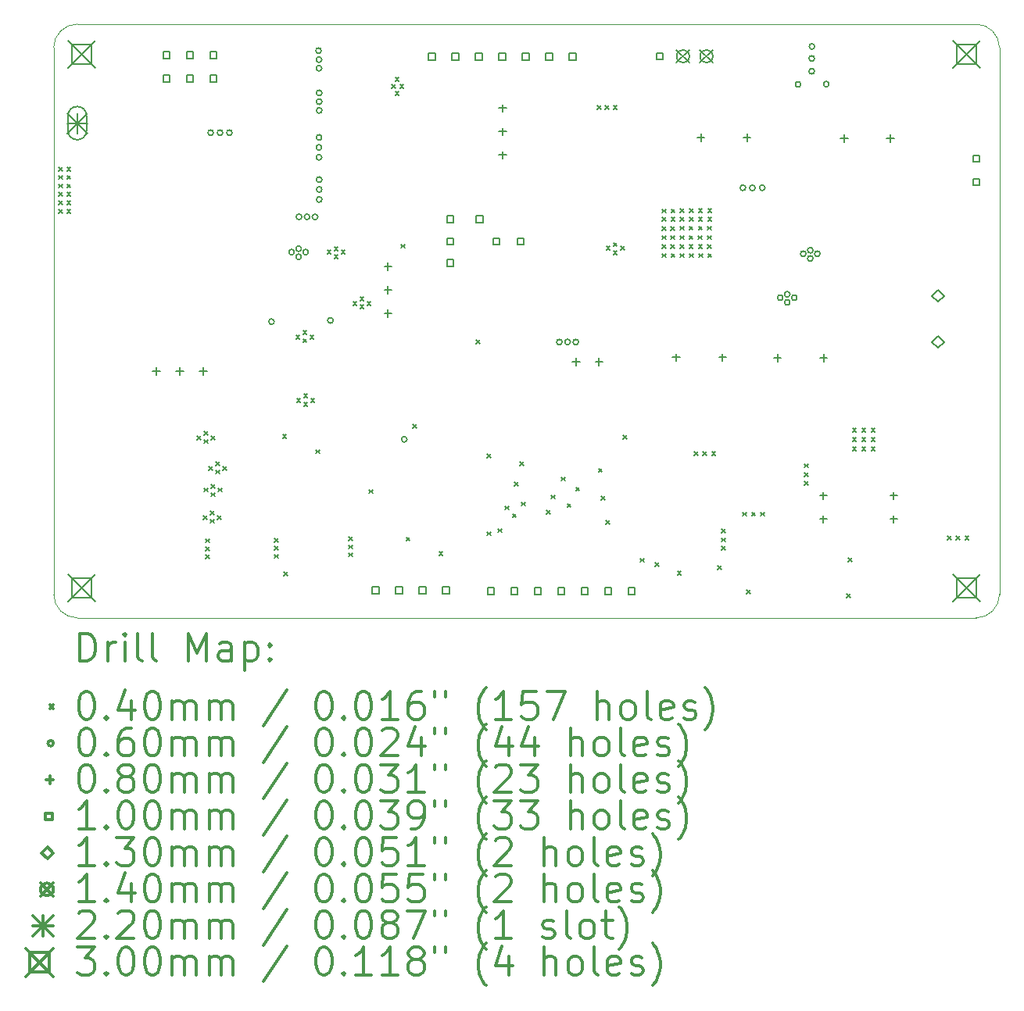
<source format=gbr>
%FSLAX45Y45*%
G04 Gerber Fmt 4.5, Leading zero omitted, Abs format (unit mm)*
G04 Created by KiCad (PCBNEW (5.1.4-0-10_14)) date 2019-11-24 21:13:47*
%MOMM*%
%LPD*%
G04 APERTURE LIST*
%ADD10C,0.050000*%
%ADD11C,0.200000*%
%ADD12C,0.300000*%
G04 APERTURE END LIST*
D10*
X20672300Y-5796100D02*
G75*
G02X20926300Y-6050100I0J-254000D01*
G01*
X20926300Y-11975720D02*
G75*
G02X20672300Y-12229720I-254000J0D01*
G01*
X10937240Y-12229720D02*
G75*
G02X10683240Y-11975720I0J254000D01*
G01*
X10682300Y-6050100D02*
G75*
G02X10936300Y-5796100I254000J0D01*
G01*
X20672300Y-5796100D02*
X10936300Y-5796100D01*
X20926300Y-11975720D02*
X20926300Y-6050100D01*
X10937240Y-12229720D02*
X20672300Y-12229720D01*
X10682300Y-6050100D02*
X10683240Y-11975720D01*
D11*
X10734800Y-7345560D02*
X10774800Y-7385560D01*
X10774800Y-7345560D02*
X10734800Y-7385560D01*
X10734800Y-7437000D02*
X10774800Y-7477000D01*
X10774800Y-7437000D02*
X10734800Y-7477000D01*
X10734800Y-7528440D02*
X10774800Y-7568440D01*
X10774800Y-7528440D02*
X10734800Y-7568440D01*
X10734800Y-7619880D02*
X10774800Y-7659880D01*
X10774800Y-7619880D02*
X10734800Y-7659880D01*
X10734800Y-7711320D02*
X10774800Y-7751320D01*
X10774800Y-7711320D02*
X10734800Y-7751320D01*
X10734800Y-7802760D02*
X10774800Y-7842760D01*
X10774800Y-7802760D02*
X10734800Y-7842760D01*
X10826200Y-7345560D02*
X10866200Y-7385560D01*
X10866200Y-7345560D02*
X10826200Y-7385560D01*
X10826200Y-7437000D02*
X10866200Y-7477000D01*
X10866200Y-7437000D02*
X10826200Y-7477000D01*
X10826200Y-7528440D02*
X10866200Y-7568440D01*
X10866200Y-7528440D02*
X10826200Y-7568440D01*
X10826200Y-7619880D02*
X10866200Y-7659880D01*
X10866200Y-7619880D02*
X10826200Y-7659880D01*
X10826200Y-7711320D02*
X10866200Y-7751320D01*
X10866200Y-7711320D02*
X10826200Y-7751320D01*
X10826200Y-7802760D02*
X10866200Y-7842760D01*
X10866200Y-7802760D02*
X10826200Y-7842760D01*
X12235500Y-10259400D02*
X12275500Y-10299400D01*
X12275500Y-10259400D02*
X12235500Y-10299400D01*
X12304100Y-11123000D02*
X12344100Y-11163000D01*
X12344100Y-11123000D02*
X12304100Y-11163000D01*
X12309200Y-10823300D02*
X12349200Y-10863300D01*
X12349200Y-10823300D02*
X12309200Y-10863300D01*
X12311700Y-10208600D02*
X12351700Y-10248600D01*
X12351700Y-10208600D02*
X12311700Y-10248600D01*
X12311700Y-10297500D02*
X12351700Y-10337500D01*
X12351700Y-10297500D02*
X12311700Y-10337500D01*
X12329500Y-11374400D02*
X12369500Y-11414400D01*
X12369500Y-11374400D02*
X12329500Y-11414400D01*
X12329500Y-11460800D02*
X12369500Y-11500800D01*
X12369500Y-11460800D02*
X12329500Y-11500800D01*
X12329500Y-11547200D02*
X12369500Y-11587200D01*
X12369500Y-11547200D02*
X12329500Y-11587200D01*
X12362500Y-10589600D02*
X12402500Y-10629600D01*
X12402500Y-10589600D02*
X12362500Y-10629600D01*
X12380300Y-11072200D02*
X12420300Y-11112200D01*
X12420300Y-11072200D02*
X12380300Y-11112200D01*
X12380300Y-11161100D02*
X12420300Y-11201100D01*
X12420300Y-11161100D02*
X12380300Y-11201100D01*
X12385400Y-10785200D02*
X12425400Y-10825200D01*
X12425400Y-10785200D02*
X12385400Y-10825200D01*
X12385400Y-10874100D02*
X12425400Y-10914100D01*
X12425400Y-10874100D02*
X12385400Y-10914100D01*
X12387900Y-10259400D02*
X12427900Y-10299400D01*
X12427900Y-10259400D02*
X12387900Y-10299400D01*
X12438700Y-10538800D02*
X12478700Y-10578800D01*
X12478700Y-10538800D02*
X12438700Y-10578800D01*
X12438700Y-10627700D02*
X12478700Y-10667700D01*
X12478700Y-10627700D02*
X12438700Y-10667700D01*
X12456500Y-11123000D02*
X12496500Y-11163000D01*
X12496500Y-11123000D02*
X12456500Y-11163000D01*
X12461600Y-10823300D02*
X12501600Y-10863300D01*
X12501600Y-10823300D02*
X12461600Y-10863300D01*
X12514900Y-10589600D02*
X12554900Y-10629600D01*
X12554900Y-10589600D02*
X12514900Y-10629600D01*
X13076200Y-11369400D02*
X13116200Y-11409400D01*
X13116200Y-11369400D02*
X13076200Y-11409400D01*
X13076200Y-11455700D02*
X13116200Y-11495700D01*
X13116200Y-11455700D02*
X13076200Y-11495700D01*
X13076200Y-11542100D02*
X13116200Y-11582100D01*
X13116200Y-11542100D02*
X13076200Y-11582100D01*
X13161940Y-10244350D02*
X13201940Y-10284350D01*
X13201940Y-10244350D02*
X13161940Y-10284350D01*
X13177160Y-11735610D02*
X13217160Y-11775610D01*
X13217160Y-11735610D02*
X13177160Y-11775610D01*
X13307400Y-9167180D02*
X13347400Y-9207180D01*
X13347400Y-9167180D02*
X13307400Y-9207180D01*
X13315000Y-9855520D02*
X13355000Y-9895520D01*
X13355000Y-9855520D02*
X13315000Y-9895520D01*
X13383600Y-9116380D02*
X13423600Y-9156380D01*
X13423600Y-9116380D02*
X13383600Y-9156380D01*
X13383600Y-9205280D02*
X13423600Y-9245280D01*
X13423600Y-9205280D02*
X13383600Y-9245280D01*
X13391200Y-9804720D02*
X13431200Y-9844720D01*
X13431200Y-9804720D02*
X13391200Y-9844720D01*
X13391200Y-9893620D02*
X13431200Y-9933620D01*
X13431200Y-9893620D02*
X13391200Y-9933620D01*
X13459800Y-9167180D02*
X13499800Y-9207180D01*
X13499800Y-9167180D02*
X13459800Y-9207180D01*
X13467400Y-9855520D02*
X13507400Y-9895520D01*
X13507400Y-9855520D02*
X13467400Y-9895520D01*
X13521470Y-10408450D02*
X13561470Y-10448450D01*
X13561470Y-10408450D02*
X13521470Y-10448450D01*
X13645200Y-8247700D02*
X13685200Y-8287700D01*
X13685200Y-8247700D02*
X13645200Y-8287700D01*
X13721400Y-8209600D02*
X13761400Y-8249600D01*
X13761400Y-8209600D02*
X13721400Y-8249600D01*
X13721400Y-8298500D02*
X13761400Y-8338500D01*
X13761400Y-8298500D02*
X13721400Y-8338500D01*
X13797600Y-8247700D02*
X13837600Y-8287700D01*
X13837600Y-8247700D02*
X13797600Y-8287700D01*
X13878900Y-11354100D02*
X13918900Y-11394100D01*
X13918900Y-11354100D02*
X13878900Y-11394100D01*
X13878900Y-11440500D02*
X13918900Y-11480500D01*
X13918900Y-11440500D02*
X13878900Y-11480500D01*
X13878900Y-11526800D02*
X13918900Y-11566800D01*
X13918900Y-11526800D02*
X13878900Y-11566800D01*
X13924600Y-8801420D02*
X13964600Y-8841420D01*
X13964600Y-8801420D02*
X13924600Y-8841420D01*
X14000800Y-8750620D02*
X14040800Y-8790620D01*
X14040800Y-8750620D02*
X14000800Y-8790620D01*
X14000800Y-8839520D02*
X14040800Y-8879520D01*
X14040800Y-8839520D02*
X14000800Y-8879520D01*
X14077000Y-8801420D02*
X14117000Y-8841420D01*
X14117000Y-8801420D02*
X14077000Y-8841420D01*
X14097420Y-10839620D02*
X14137420Y-10879620D01*
X14137420Y-10839620D02*
X14097420Y-10879620D01*
X14343700Y-6449380D02*
X14383700Y-6489380D01*
X14383700Y-6449380D02*
X14343700Y-6489380D01*
X14381800Y-6373180D02*
X14421800Y-6413180D01*
X14421800Y-6373180D02*
X14381800Y-6413180D01*
X14381800Y-6525580D02*
X14421800Y-6565580D01*
X14421800Y-6525580D02*
X14381800Y-6565580D01*
X14432600Y-6449380D02*
X14472600Y-6489380D01*
X14472600Y-6449380D02*
X14432600Y-6489380D01*
X14443540Y-8180150D02*
X14483540Y-8220150D01*
X14483540Y-8180150D02*
X14443540Y-8220150D01*
X14500940Y-11357470D02*
X14540940Y-11397470D01*
X14540940Y-11357470D02*
X14500940Y-11397470D01*
X14573430Y-10129890D02*
X14613430Y-10169890D01*
X14613430Y-10129890D02*
X14573430Y-10169890D01*
X14856900Y-11514050D02*
X14896900Y-11554050D01*
X14896900Y-11514050D02*
X14856900Y-11554050D01*
X15256520Y-9220450D02*
X15296520Y-9260450D01*
X15296520Y-9220450D02*
X15256520Y-9260450D01*
X15375090Y-10454890D02*
X15415090Y-10494890D01*
X15415090Y-10454890D02*
X15375090Y-10494890D01*
X15376690Y-11297490D02*
X15416690Y-11337490D01*
X15416690Y-11297490D02*
X15376690Y-11337490D01*
X15493390Y-11263690D02*
X15533390Y-11303690D01*
X15533390Y-11263690D02*
X15493390Y-11303690D01*
X15573030Y-11017110D02*
X15613030Y-11057110D01*
X15613030Y-11017110D02*
X15573030Y-11057110D01*
X15651530Y-11102480D02*
X15691530Y-11142480D01*
X15691530Y-11102480D02*
X15651530Y-11142480D01*
X15672330Y-10760160D02*
X15712330Y-10800160D01*
X15712330Y-10760160D02*
X15672330Y-10800160D01*
X15732970Y-10538420D02*
X15772970Y-10578420D01*
X15772970Y-10538420D02*
X15732970Y-10578420D01*
X15751310Y-10975890D02*
X15791310Y-11015890D01*
X15791310Y-10975890D02*
X15751310Y-11015890D01*
X16021190Y-11065470D02*
X16061190Y-11105470D01*
X16061190Y-11065470D02*
X16021190Y-11105470D01*
X16071200Y-10899000D02*
X16111200Y-10939000D01*
X16111200Y-10899000D02*
X16071200Y-10939000D01*
X16178940Y-10704000D02*
X16218940Y-10744000D01*
X16218940Y-10704000D02*
X16178940Y-10744000D01*
X16245260Y-10991110D02*
X16285260Y-11031110D01*
X16285260Y-10991110D02*
X16245260Y-11031110D01*
X16338070Y-10814510D02*
X16378070Y-10854510D01*
X16378070Y-10814510D02*
X16338070Y-10854510D01*
X16571300Y-6680520D02*
X16611300Y-6720520D01*
X16611300Y-6680520D02*
X16571300Y-6720520D01*
X16583440Y-10610320D02*
X16623440Y-10650320D01*
X16623440Y-10610320D02*
X16583440Y-10650320D01*
X16613500Y-10910560D02*
X16653500Y-10950560D01*
X16653500Y-10910560D02*
X16613500Y-10950560D01*
X16657600Y-6680520D02*
X16697600Y-6720520D01*
X16697600Y-6680520D02*
X16657600Y-6720520D01*
X16664960Y-11171970D02*
X16704960Y-11211970D01*
X16704960Y-11171970D02*
X16664960Y-11211970D01*
X16667800Y-8204520D02*
X16707800Y-8244520D01*
X16707800Y-8204520D02*
X16667800Y-8244520D01*
X16744000Y-6680520D02*
X16784000Y-6720520D01*
X16784000Y-6680520D02*
X16744000Y-6720520D01*
X16744000Y-8163880D02*
X16784000Y-8203880D01*
X16784000Y-8163880D02*
X16744000Y-8203880D01*
X16744000Y-8250240D02*
X16784000Y-8290240D01*
X16784000Y-8250240D02*
X16744000Y-8290240D01*
X16825300Y-8204520D02*
X16865300Y-8244520D01*
X16865300Y-8204520D02*
X16825300Y-8244520D01*
X16852780Y-10251890D02*
X16892780Y-10291890D01*
X16892780Y-10251890D02*
X16852780Y-10291890D01*
X17037320Y-11585210D02*
X17077320Y-11625210D01*
X17077320Y-11585210D02*
X17037320Y-11625210D01*
X17196660Y-11628910D02*
X17236660Y-11668910D01*
X17236660Y-11628910D02*
X17196660Y-11668910D01*
X17271000Y-8088950D02*
X17311000Y-8128950D01*
X17311000Y-8088950D02*
X17271000Y-8128950D01*
X17272300Y-7988620D02*
X17312300Y-8028620D01*
X17312300Y-7988620D02*
X17272300Y-8028620D01*
X17272300Y-8185470D02*
X17312300Y-8225470D01*
X17312300Y-8185470D02*
X17272300Y-8225470D01*
X17273600Y-7799390D02*
X17313600Y-7839390D01*
X17313600Y-7799390D02*
X17273600Y-7839390D01*
X17273600Y-7892100D02*
X17313600Y-7932100D01*
X17313600Y-7892100D02*
X17273600Y-7932100D01*
X17274900Y-8283260D02*
X17314900Y-8323260D01*
X17314900Y-8283260D02*
X17274900Y-8323260D01*
X17367600Y-8088950D02*
X17407600Y-8128950D01*
X17407600Y-8088950D02*
X17367600Y-8128950D01*
X17368800Y-7988620D02*
X17408800Y-8028620D01*
X17408800Y-7988620D02*
X17368800Y-8028620D01*
X17368800Y-8185470D02*
X17408800Y-8225470D01*
X17408800Y-8185470D02*
X17368800Y-8225470D01*
X17370100Y-7799390D02*
X17410100Y-7839390D01*
X17410100Y-7799390D02*
X17370100Y-7839390D01*
X17370100Y-7892100D02*
X17410100Y-7932100D01*
X17410100Y-7892100D02*
X17370100Y-7932100D01*
X17371400Y-8283260D02*
X17411400Y-8323260D01*
X17411400Y-8283260D02*
X17371400Y-8323260D01*
X17438940Y-11724560D02*
X17478940Y-11764560D01*
X17478940Y-11724560D02*
X17438940Y-11764560D01*
X17466600Y-8087680D02*
X17506600Y-8127680D01*
X17506600Y-8087680D02*
X17466600Y-8127680D01*
X17467900Y-7987350D02*
X17507900Y-8027350D01*
X17507900Y-7987350D02*
X17467900Y-8027350D01*
X17467900Y-8184200D02*
X17507900Y-8224200D01*
X17507900Y-8184200D02*
X17467900Y-8224200D01*
X17469200Y-7798120D02*
X17509200Y-7838120D01*
X17509200Y-7798120D02*
X17469200Y-7838120D01*
X17469200Y-7890830D02*
X17509200Y-7930830D01*
X17509200Y-7890830D02*
X17469200Y-7930830D01*
X17470400Y-8281990D02*
X17510400Y-8321990D01*
X17510400Y-8281990D02*
X17470400Y-8321990D01*
X17564400Y-8087680D02*
X17604400Y-8127680D01*
X17604400Y-8087680D02*
X17564400Y-8127680D01*
X17565700Y-7987350D02*
X17605700Y-8027350D01*
X17605700Y-7987350D02*
X17565700Y-8027350D01*
X17565700Y-8184200D02*
X17605700Y-8224200D01*
X17605700Y-8184200D02*
X17565700Y-8224200D01*
X17567000Y-7798120D02*
X17607000Y-7838120D01*
X17607000Y-7798120D02*
X17567000Y-7838120D01*
X17567000Y-7890830D02*
X17607000Y-7930830D01*
X17607000Y-7890830D02*
X17567000Y-7930830D01*
X17568200Y-8281990D02*
X17608200Y-8321990D01*
X17608200Y-8281990D02*
X17568200Y-8321990D01*
X17622800Y-10429600D02*
X17662800Y-10469600D01*
X17662800Y-10429600D02*
X17622800Y-10469600D01*
X17664800Y-8087680D02*
X17704800Y-8127680D01*
X17704800Y-8087680D02*
X17664800Y-8127680D01*
X17666000Y-7987350D02*
X17706000Y-8027350D01*
X17706000Y-7987350D02*
X17666000Y-8027350D01*
X17666000Y-8184200D02*
X17706000Y-8224200D01*
X17706000Y-8184200D02*
X17666000Y-8224200D01*
X17667300Y-7798120D02*
X17707300Y-7838120D01*
X17707300Y-7798120D02*
X17667300Y-7838120D01*
X17667300Y-7890830D02*
X17707300Y-7930830D01*
X17707300Y-7890830D02*
X17667300Y-7930830D01*
X17668600Y-8281990D02*
X17708600Y-8321990D01*
X17708600Y-8281990D02*
X17668600Y-8321990D01*
X17714300Y-10429600D02*
X17754300Y-10469600D01*
X17754300Y-10429600D02*
X17714300Y-10469600D01*
X17765100Y-8087680D02*
X17805100Y-8127680D01*
X17805100Y-8087680D02*
X17765100Y-8127680D01*
X17766400Y-7987350D02*
X17806400Y-8027350D01*
X17806400Y-7987350D02*
X17766400Y-8027350D01*
X17766400Y-8184200D02*
X17806400Y-8224200D01*
X17806400Y-8184200D02*
X17766400Y-8224200D01*
X17767600Y-7798120D02*
X17807600Y-7838120D01*
X17807600Y-7798120D02*
X17767600Y-7838120D01*
X17767600Y-7890830D02*
X17807600Y-7930830D01*
X17807600Y-7890830D02*
X17767600Y-7930830D01*
X17768900Y-8281990D02*
X17808900Y-8321990D01*
X17808900Y-8281990D02*
X17768900Y-8321990D01*
X17810800Y-10429600D02*
X17850800Y-10469600D01*
X17850800Y-10429600D02*
X17810800Y-10469600D01*
X17874240Y-11663660D02*
X17914240Y-11703660D01*
X17914240Y-11663660D02*
X17874240Y-11703660D01*
X17917500Y-11267800D02*
X17957500Y-11307800D01*
X17957500Y-11267800D02*
X17917500Y-11307800D01*
X17917500Y-11364300D02*
X17957500Y-11404300D01*
X17957500Y-11364300D02*
X17917500Y-11404300D01*
X17917500Y-11455700D02*
X17957500Y-11495700D01*
X17957500Y-11455700D02*
X17917500Y-11495700D01*
X18147400Y-11086200D02*
X18187400Y-11126200D01*
X18187400Y-11086200D02*
X18147400Y-11126200D01*
X18189850Y-11927900D02*
X18229850Y-11967900D01*
X18229850Y-11927900D02*
X18189850Y-11967900D01*
X18242600Y-11086200D02*
X18282600Y-11126200D01*
X18282600Y-11086200D02*
X18242600Y-11126200D01*
X18337800Y-11086200D02*
X18377800Y-11126200D01*
X18377800Y-11086200D02*
X18337800Y-11126200D01*
X18811600Y-10561600D02*
X18851600Y-10601600D01*
X18851600Y-10561600D02*
X18811600Y-10601600D01*
X18811600Y-10658200D02*
X18851600Y-10698200D01*
X18851600Y-10658200D02*
X18811600Y-10698200D01*
X18811600Y-10749600D02*
X18851600Y-10789600D01*
X18851600Y-10749600D02*
X18811600Y-10789600D01*
X19271870Y-11972750D02*
X19311870Y-12012750D01*
X19311870Y-11972750D02*
X19271870Y-12012750D01*
X19289250Y-11577760D02*
X19329250Y-11617760D01*
X19329250Y-11577760D02*
X19289250Y-11617760D01*
X19334800Y-10178100D02*
X19374800Y-10218100D01*
X19374800Y-10178100D02*
X19334800Y-10218100D01*
X19334800Y-10279700D02*
X19374800Y-10319700D01*
X19374800Y-10279700D02*
X19334800Y-10319700D01*
X19334800Y-10381300D02*
X19374800Y-10421300D01*
X19374800Y-10381300D02*
X19334800Y-10421300D01*
X19436400Y-10178100D02*
X19476400Y-10218100D01*
X19476400Y-10178100D02*
X19436400Y-10218100D01*
X19436400Y-10279700D02*
X19476400Y-10319700D01*
X19476400Y-10279700D02*
X19436400Y-10319700D01*
X19436400Y-10381300D02*
X19476400Y-10421300D01*
X19476400Y-10381300D02*
X19436400Y-10421300D01*
X19538000Y-10178100D02*
X19578000Y-10218100D01*
X19578000Y-10178100D02*
X19538000Y-10218100D01*
X19538000Y-10279700D02*
X19578000Y-10319700D01*
X19578000Y-10279700D02*
X19538000Y-10319700D01*
X19538000Y-10381300D02*
X19578000Y-10421300D01*
X19578000Y-10381300D02*
X19538000Y-10421300D01*
X20363500Y-11346500D02*
X20403500Y-11386500D01*
X20403500Y-11346500D02*
X20363500Y-11386500D01*
X20458800Y-11346500D02*
X20498800Y-11386500D01*
X20498800Y-11346500D02*
X20458800Y-11386500D01*
X20554000Y-11346500D02*
X20594000Y-11386500D01*
X20594000Y-11346500D02*
X20554000Y-11386500D01*
X12412500Y-6972300D02*
G75*
G03X12412500Y-6972300I-30000J0D01*
G01*
X12514100Y-6972300D02*
G75*
G03X12514100Y-6972300I-30000J0D01*
G01*
X12615700Y-6972300D02*
G75*
G03X12615700Y-6972300I-30000J0D01*
G01*
X13071100Y-9019780D02*
G75*
G03X13071100Y-9019780I-30000J0D01*
G01*
X13288800Y-8267700D02*
G75*
G03X13288800Y-8267700I-30000J0D01*
G01*
X13365000Y-8229600D02*
G75*
G03X13365000Y-8229600I-30000J0D01*
G01*
X13365000Y-8318500D02*
G75*
G03X13365000Y-8318500I-30000J0D01*
G01*
X13370100Y-7884160D02*
G75*
G03X13370100Y-7884160I-30000J0D01*
G01*
X13441200Y-8267700D02*
G75*
G03X13441200Y-8267700I-30000J0D01*
G01*
X13456400Y-7884160D02*
G75*
G03X13456400Y-7884160I-30000J0D01*
G01*
X13542800Y-7884160D02*
G75*
G03X13542800Y-7884160I-30000J0D01*
G01*
X13580900Y-6083300D02*
G75*
G03X13580900Y-6083300I-30000J0D01*
G01*
X13585700Y-6180140D02*
G75*
G03X13585700Y-6180140I-30000J0D01*
G01*
X13585700Y-6273800D02*
G75*
G03X13585700Y-6273800I-30000J0D01*
G01*
X13585700Y-7023100D02*
G75*
G03X13585700Y-7023100I-30000J0D01*
G01*
X13585700Y-7132640D02*
G75*
G03X13585700Y-7132640I-30000J0D01*
G01*
X13585700Y-7239000D02*
G75*
G03X13585700Y-7239000I-30000J0D01*
G01*
X13587900Y-6540500D02*
G75*
G03X13587900Y-6540500I-30000J0D01*
G01*
X13587900Y-6635140D02*
G75*
G03X13587900Y-6635140I-30000J0D01*
G01*
X13587900Y-6731000D02*
G75*
G03X13587900Y-6731000I-30000J0D01*
G01*
X13587900Y-7480300D02*
G75*
G03X13587900Y-7480300I-30000J0D01*
G01*
X13587900Y-7587640D02*
G75*
G03X13587900Y-7587640I-30000J0D01*
G01*
X13587900Y-7696200D02*
G75*
G03X13587900Y-7696200I-30000J0D01*
G01*
X13710130Y-9006590D02*
G75*
G03X13710130Y-9006590I-30000J0D01*
G01*
X14509960Y-10295310D02*
G75*
G03X14509960Y-10295310I-30000J0D01*
G01*
X16189500Y-9240520D02*
G75*
G03X16189500Y-9240520I-30000J0D01*
G01*
X16278400Y-9240520D02*
G75*
G03X16278400Y-9240520I-30000J0D01*
G01*
X16367300Y-9240520D02*
G75*
G03X16367300Y-9240520I-30000J0D01*
G01*
X18177000Y-7569200D02*
G75*
G03X18177000Y-7569200I-30000J0D01*
G01*
X18279900Y-7569200D02*
G75*
G03X18279900Y-7569200I-30000J0D01*
G01*
X18387800Y-7569200D02*
G75*
G03X18387800Y-7569200I-30000J0D01*
G01*
X18580900Y-8760460D02*
G75*
G03X18580900Y-8760460I-30000J0D01*
G01*
X18657100Y-8722360D02*
G75*
G03X18657100Y-8722360I-30000J0D01*
G01*
X18657100Y-8811260D02*
G75*
G03X18657100Y-8811260I-30000J0D01*
G01*
X18733300Y-8760460D02*
G75*
G03X18733300Y-8760460I-30000J0D01*
G01*
X18773900Y-6449060D02*
G75*
G03X18773900Y-6449060I-30000J0D01*
G01*
X18831100Y-8284210D02*
G75*
G03X18831100Y-8284210I-30000J0D01*
G01*
X18907300Y-8246110D02*
G75*
G03X18907300Y-8246110I-30000J0D01*
G01*
X18907300Y-8335010D02*
G75*
G03X18907300Y-8335010I-30000J0D01*
G01*
X18922500Y-6168390D02*
G75*
G03X18922500Y-6168390I-30000J0D01*
G01*
X18922500Y-6306820D02*
G75*
G03X18922500Y-6306820I-30000J0D01*
G01*
X18925100Y-6038850D02*
G75*
G03X18925100Y-6038850I-30000J0D01*
G01*
X18983500Y-8284210D02*
G75*
G03X18983500Y-8284210I-30000J0D01*
G01*
X19080000Y-6446520D02*
G75*
G03X19080000Y-6446520I-30000J0D01*
G01*
X19019500Y-10864200D02*
X19019500Y-10944200D01*
X18979500Y-10904200D02*
X19059500Y-10904200D01*
X19019500Y-11118200D02*
X19019500Y-11198200D01*
X18979500Y-11158200D02*
X19059500Y-11158200D01*
X19781500Y-10864200D02*
X19781500Y-10944200D01*
X19741500Y-10904200D02*
X19821500Y-10904200D01*
X19781500Y-11118200D02*
X19781500Y-11198200D01*
X19741500Y-11158200D02*
X19821500Y-11158200D01*
X18522400Y-9371720D02*
X18522400Y-9451720D01*
X18482400Y-9411720D02*
X18562400Y-9411720D01*
X19022400Y-9371720D02*
X19022400Y-9451720D01*
X18982400Y-9411720D02*
X19062400Y-9411720D01*
X16338800Y-9414900D02*
X16338800Y-9494900D01*
X16298800Y-9454900D02*
X16378800Y-9454900D01*
X16588800Y-9414900D02*
X16588800Y-9494900D01*
X16548800Y-9454900D02*
X16628800Y-9454900D01*
X14302700Y-8382640D02*
X14302700Y-8462640D01*
X14262700Y-8422640D02*
X14342700Y-8422640D01*
X14302700Y-8636640D02*
X14302700Y-8716640D01*
X14262700Y-8676640D02*
X14342700Y-8676640D01*
X14302700Y-8890640D02*
X14302700Y-8970640D01*
X14262700Y-8930640D02*
X14342700Y-8930640D01*
X19243400Y-6991990D02*
X19243400Y-7071990D01*
X19203400Y-7031990D02*
X19283400Y-7031990D01*
X19743400Y-6991990D02*
X19743400Y-7071990D01*
X19703400Y-7031990D02*
X19783400Y-7031990D01*
X11795800Y-9515480D02*
X11795800Y-9595480D01*
X11755800Y-9555480D02*
X11835800Y-9555480D01*
X12049800Y-9515480D02*
X12049800Y-9595480D01*
X12009800Y-9555480D02*
X12089800Y-9555480D01*
X12303800Y-9515480D02*
X12303800Y-9595480D01*
X12263800Y-9555480D02*
X12343800Y-9555480D01*
X17426000Y-9367140D02*
X17426000Y-9447140D01*
X17386000Y-9407140D02*
X17466000Y-9407140D01*
X15543300Y-6666620D02*
X15543300Y-6746620D01*
X15503300Y-6706620D02*
X15583300Y-6706620D01*
X15543300Y-6920620D02*
X15543300Y-7000620D01*
X15503300Y-6960620D02*
X15583300Y-6960620D01*
X17691100Y-6984370D02*
X17691100Y-7064370D01*
X17651100Y-7024370D02*
X17731100Y-7024370D01*
X18191100Y-6984370D02*
X18191100Y-7064370D01*
X18151100Y-7024370D02*
X18231100Y-7024370D01*
X17926000Y-9367140D02*
X17926000Y-9447140D01*
X17886000Y-9407140D02*
X17966000Y-9407140D01*
X15543300Y-7174620D02*
X15543300Y-7254620D01*
X15503300Y-7214620D02*
X15583300Y-7214620D01*
X14204756Y-11965756D02*
X14204756Y-11895044D01*
X14134044Y-11895044D01*
X14134044Y-11965756D01*
X14204756Y-11965756D01*
X14458756Y-11965756D02*
X14458756Y-11895044D01*
X14388044Y-11895044D01*
X14388044Y-11965756D01*
X14458756Y-11965756D01*
X14712756Y-11965756D02*
X14712756Y-11895044D01*
X14642044Y-11895044D01*
X14642044Y-11965756D01*
X14712756Y-11965756D01*
X14966756Y-11965756D02*
X14966756Y-11895044D01*
X14896044Y-11895044D01*
X14896044Y-11965756D01*
X14966756Y-11965756D01*
X20712256Y-7285786D02*
X20712256Y-7215074D01*
X20641544Y-7215074D01*
X20641544Y-7285786D01*
X20712256Y-7285786D01*
X20712256Y-7539786D02*
X20712256Y-7469074D01*
X20641544Y-7469074D01*
X20641544Y-7539786D01*
X20712256Y-7539786D01*
X17279256Y-6179366D02*
X17279256Y-6108654D01*
X17208544Y-6108654D01*
X17208544Y-6179366D01*
X17279256Y-6179366D01*
X15010836Y-7943516D02*
X15010836Y-7872804D01*
X14940124Y-7872804D01*
X14940124Y-7943516D01*
X15010836Y-7943516D01*
X15331256Y-7944916D02*
X15331256Y-7874204D01*
X15260544Y-7874204D01*
X15260544Y-7944916D01*
X15331256Y-7944916D01*
X14813056Y-6182156D02*
X14813056Y-6111444D01*
X14742344Y-6111444D01*
X14742344Y-6182156D01*
X14813056Y-6182156D01*
X15067056Y-6182156D02*
X15067056Y-6111444D01*
X14996344Y-6111444D01*
X14996344Y-6182156D01*
X15067056Y-6182156D01*
X15321056Y-6182156D02*
X15321056Y-6111444D01*
X15250344Y-6111444D01*
X15250344Y-6182156D01*
X15321056Y-6182156D01*
X15575056Y-6182156D02*
X15575056Y-6111444D01*
X15504344Y-6111444D01*
X15504344Y-6182156D01*
X15575056Y-6182156D01*
X15829056Y-6182156D02*
X15829056Y-6111444D01*
X15758344Y-6111444D01*
X15758344Y-6182156D01*
X15829056Y-6182156D01*
X16083056Y-6182156D02*
X16083056Y-6111444D01*
X16012344Y-6111444D01*
X16012344Y-6182156D01*
X16083056Y-6182156D01*
X16337056Y-6182156D02*
X16337056Y-6111444D01*
X16266344Y-6111444D01*
X16266344Y-6182156D01*
X16337056Y-6182156D01*
X15013376Y-8187356D02*
X15013376Y-8116644D01*
X14942664Y-8116644D01*
X14942664Y-8187356D01*
X15013376Y-8187356D01*
X15773756Y-8187486D02*
X15773756Y-8116774D01*
X15703044Y-8116774D01*
X15703044Y-8187486D01*
X15773756Y-8187486D01*
X11939356Y-6166916D02*
X11939356Y-6096204D01*
X11868644Y-6096204D01*
X11868644Y-6166916D01*
X11939356Y-6166916D01*
X11939356Y-6420916D02*
X11939356Y-6350204D01*
X11868644Y-6350204D01*
X11868644Y-6420916D01*
X11939356Y-6420916D01*
X12193356Y-6166916D02*
X12193356Y-6096204D01*
X12122644Y-6096204D01*
X12122644Y-6166916D01*
X12193356Y-6166916D01*
X12193356Y-6420916D02*
X12193356Y-6350204D01*
X12122644Y-6350204D01*
X12122644Y-6420916D01*
X12193356Y-6420916D01*
X12447356Y-6166916D02*
X12447356Y-6096204D01*
X12376644Y-6096204D01*
X12376644Y-6166916D01*
X12447356Y-6166916D01*
X12447356Y-6420916D02*
X12447356Y-6350204D01*
X12376644Y-6350204D01*
X12376644Y-6420916D01*
X12447356Y-6420916D01*
X15013389Y-8417696D02*
X15013389Y-8346984D01*
X14942677Y-8346984D01*
X14942677Y-8417696D01*
X15013389Y-8417696D01*
X15514056Y-8187526D02*
X15514056Y-8116814D01*
X15443344Y-8116814D01*
X15443344Y-8187526D01*
X15514056Y-8187526D01*
X15453156Y-11973356D02*
X15453156Y-11902644D01*
X15382444Y-11902644D01*
X15382444Y-11973356D01*
X15453156Y-11973356D01*
X15707156Y-11973356D02*
X15707156Y-11902644D01*
X15636444Y-11902644D01*
X15636444Y-11973356D01*
X15707156Y-11973356D01*
X15961156Y-11973356D02*
X15961156Y-11902644D01*
X15890444Y-11902644D01*
X15890444Y-11973356D01*
X15961156Y-11973356D01*
X16215156Y-11973356D02*
X16215156Y-11902644D01*
X16144444Y-11902644D01*
X16144444Y-11973356D01*
X16215156Y-11973356D01*
X16469156Y-11973356D02*
X16469156Y-11902644D01*
X16398444Y-11902644D01*
X16398444Y-11973356D01*
X16469156Y-11973356D01*
X16723156Y-11973356D02*
X16723156Y-11902644D01*
X16652444Y-11902644D01*
X16652444Y-11973356D01*
X16723156Y-11973356D01*
X16977156Y-11973356D02*
X16977156Y-11902644D01*
X16906444Y-11902644D01*
X16906444Y-11973356D01*
X16977156Y-11973356D01*
X20260100Y-8806160D02*
X20325100Y-8741160D01*
X20260100Y-8676160D01*
X20195100Y-8741160D01*
X20260100Y-8806160D01*
X20260100Y-9306160D02*
X20325100Y-9241160D01*
X20260100Y-9176160D01*
X20195100Y-9241160D01*
X20260100Y-9306160D01*
X17427900Y-6074010D02*
X17567900Y-6214010D01*
X17567900Y-6074010D02*
X17427900Y-6214010D01*
X17567900Y-6144010D02*
G75*
G03X17567900Y-6144010I-70000J0D01*
G01*
X17681900Y-6074010D02*
X17821900Y-6214010D01*
X17821900Y-6074010D02*
X17681900Y-6214010D01*
X17821900Y-6144010D02*
G75*
G03X17821900Y-6144010I-70000J0D01*
G01*
X10827200Y-6758160D02*
X11047200Y-6978160D01*
X11047200Y-6758160D02*
X10827200Y-6978160D01*
X10937200Y-6758160D02*
X10937200Y-6978160D01*
X10827200Y-6868160D02*
X11047200Y-6868160D01*
X10837200Y-6788160D02*
X10837200Y-6948160D01*
X11037200Y-6788160D02*
X11037200Y-6948160D01*
X10837200Y-6948160D02*
G75*
G03X11037200Y-6948160I100000J0D01*
G01*
X11037200Y-6788160D02*
G75*
G03X10837200Y-6788160I-100000J0D01*
G01*
X10835500Y-11753900D02*
X11135500Y-12053900D01*
X11135500Y-11753900D02*
X10835500Y-12053900D01*
X11091567Y-12009967D02*
X11091567Y-11797833D01*
X10879433Y-11797833D01*
X10879433Y-12009967D01*
X11091567Y-12009967D01*
X10835500Y-5974700D02*
X11135500Y-6274700D01*
X11135500Y-5974700D02*
X10835500Y-6274700D01*
X11091567Y-6230767D02*
X11091567Y-6018633D01*
X10879433Y-6018633D01*
X10879433Y-6230767D01*
X11091567Y-6230767D01*
X20420700Y-11753900D02*
X20720700Y-12053900D01*
X20720700Y-11753900D02*
X20420700Y-12053900D01*
X20676767Y-12009967D02*
X20676767Y-11797833D01*
X20464633Y-11797833D01*
X20464633Y-12009967D01*
X20676767Y-12009967D01*
X20420700Y-5974700D02*
X20720700Y-6274700D01*
X20720700Y-5974700D02*
X20420700Y-6274700D01*
X20676767Y-6230767D02*
X20676767Y-6018633D01*
X20464633Y-6018633D01*
X20464633Y-6230767D01*
X20676767Y-6230767D01*
D12*
X10966228Y-12697934D02*
X10966228Y-12397934D01*
X11037657Y-12397934D01*
X11080514Y-12412220D01*
X11109086Y-12440791D01*
X11123371Y-12469363D01*
X11137657Y-12526506D01*
X11137657Y-12569363D01*
X11123371Y-12626506D01*
X11109086Y-12655077D01*
X11080514Y-12683649D01*
X11037657Y-12697934D01*
X10966228Y-12697934D01*
X11266228Y-12697934D02*
X11266228Y-12497934D01*
X11266228Y-12555077D02*
X11280514Y-12526506D01*
X11294800Y-12512220D01*
X11323371Y-12497934D01*
X11351943Y-12497934D01*
X11451943Y-12697934D02*
X11451943Y-12497934D01*
X11451943Y-12397934D02*
X11437657Y-12412220D01*
X11451943Y-12426506D01*
X11466228Y-12412220D01*
X11451943Y-12397934D01*
X11451943Y-12426506D01*
X11637657Y-12697934D02*
X11609086Y-12683649D01*
X11594800Y-12655077D01*
X11594800Y-12397934D01*
X11794800Y-12697934D02*
X11766228Y-12683649D01*
X11751943Y-12655077D01*
X11751943Y-12397934D01*
X12137657Y-12697934D02*
X12137657Y-12397934D01*
X12237657Y-12612220D01*
X12337657Y-12397934D01*
X12337657Y-12697934D01*
X12609086Y-12697934D02*
X12609086Y-12540791D01*
X12594800Y-12512220D01*
X12566228Y-12497934D01*
X12509086Y-12497934D01*
X12480514Y-12512220D01*
X12609086Y-12683649D02*
X12580514Y-12697934D01*
X12509086Y-12697934D01*
X12480514Y-12683649D01*
X12466228Y-12655077D01*
X12466228Y-12626506D01*
X12480514Y-12597934D01*
X12509086Y-12583649D01*
X12580514Y-12583649D01*
X12609086Y-12569363D01*
X12751943Y-12497934D02*
X12751943Y-12797934D01*
X12751943Y-12512220D02*
X12780514Y-12497934D01*
X12837657Y-12497934D01*
X12866228Y-12512220D01*
X12880514Y-12526506D01*
X12894800Y-12555077D01*
X12894800Y-12640791D01*
X12880514Y-12669363D01*
X12866228Y-12683649D01*
X12837657Y-12697934D01*
X12780514Y-12697934D01*
X12751943Y-12683649D01*
X13023371Y-12669363D02*
X13037657Y-12683649D01*
X13023371Y-12697934D01*
X13009086Y-12683649D01*
X13023371Y-12669363D01*
X13023371Y-12697934D01*
X13023371Y-12512220D02*
X13037657Y-12526506D01*
X13023371Y-12540791D01*
X13009086Y-12526506D01*
X13023371Y-12512220D01*
X13023371Y-12540791D01*
X10639800Y-13172220D02*
X10679800Y-13212220D01*
X10679800Y-13172220D02*
X10639800Y-13212220D01*
X11023371Y-13027934D02*
X11051943Y-13027934D01*
X11080514Y-13042220D01*
X11094800Y-13056506D01*
X11109086Y-13085077D01*
X11123371Y-13142220D01*
X11123371Y-13213649D01*
X11109086Y-13270791D01*
X11094800Y-13299363D01*
X11080514Y-13313649D01*
X11051943Y-13327934D01*
X11023371Y-13327934D01*
X10994800Y-13313649D01*
X10980514Y-13299363D01*
X10966228Y-13270791D01*
X10951943Y-13213649D01*
X10951943Y-13142220D01*
X10966228Y-13085077D01*
X10980514Y-13056506D01*
X10994800Y-13042220D01*
X11023371Y-13027934D01*
X11251943Y-13299363D02*
X11266228Y-13313649D01*
X11251943Y-13327934D01*
X11237657Y-13313649D01*
X11251943Y-13299363D01*
X11251943Y-13327934D01*
X11523371Y-13127934D02*
X11523371Y-13327934D01*
X11451943Y-13013649D02*
X11380514Y-13227934D01*
X11566228Y-13227934D01*
X11737657Y-13027934D02*
X11766228Y-13027934D01*
X11794800Y-13042220D01*
X11809086Y-13056506D01*
X11823371Y-13085077D01*
X11837657Y-13142220D01*
X11837657Y-13213649D01*
X11823371Y-13270791D01*
X11809086Y-13299363D01*
X11794800Y-13313649D01*
X11766228Y-13327934D01*
X11737657Y-13327934D01*
X11709086Y-13313649D01*
X11694800Y-13299363D01*
X11680514Y-13270791D01*
X11666228Y-13213649D01*
X11666228Y-13142220D01*
X11680514Y-13085077D01*
X11694800Y-13056506D01*
X11709086Y-13042220D01*
X11737657Y-13027934D01*
X11966228Y-13327934D02*
X11966228Y-13127934D01*
X11966228Y-13156506D02*
X11980514Y-13142220D01*
X12009086Y-13127934D01*
X12051943Y-13127934D01*
X12080514Y-13142220D01*
X12094800Y-13170791D01*
X12094800Y-13327934D01*
X12094800Y-13170791D02*
X12109086Y-13142220D01*
X12137657Y-13127934D01*
X12180514Y-13127934D01*
X12209086Y-13142220D01*
X12223371Y-13170791D01*
X12223371Y-13327934D01*
X12366228Y-13327934D02*
X12366228Y-13127934D01*
X12366228Y-13156506D02*
X12380514Y-13142220D01*
X12409086Y-13127934D01*
X12451943Y-13127934D01*
X12480514Y-13142220D01*
X12494800Y-13170791D01*
X12494800Y-13327934D01*
X12494800Y-13170791D02*
X12509086Y-13142220D01*
X12537657Y-13127934D01*
X12580514Y-13127934D01*
X12609086Y-13142220D01*
X12623371Y-13170791D01*
X12623371Y-13327934D01*
X13209086Y-13013649D02*
X12951943Y-13399363D01*
X13594800Y-13027934D02*
X13623371Y-13027934D01*
X13651943Y-13042220D01*
X13666228Y-13056506D01*
X13680514Y-13085077D01*
X13694800Y-13142220D01*
X13694800Y-13213649D01*
X13680514Y-13270791D01*
X13666228Y-13299363D01*
X13651943Y-13313649D01*
X13623371Y-13327934D01*
X13594800Y-13327934D01*
X13566228Y-13313649D01*
X13551943Y-13299363D01*
X13537657Y-13270791D01*
X13523371Y-13213649D01*
X13523371Y-13142220D01*
X13537657Y-13085077D01*
X13551943Y-13056506D01*
X13566228Y-13042220D01*
X13594800Y-13027934D01*
X13823371Y-13299363D02*
X13837657Y-13313649D01*
X13823371Y-13327934D01*
X13809086Y-13313649D01*
X13823371Y-13299363D01*
X13823371Y-13327934D01*
X14023371Y-13027934D02*
X14051943Y-13027934D01*
X14080514Y-13042220D01*
X14094800Y-13056506D01*
X14109086Y-13085077D01*
X14123371Y-13142220D01*
X14123371Y-13213649D01*
X14109086Y-13270791D01*
X14094800Y-13299363D01*
X14080514Y-13313649D01*
X14051943Y-13327934D01*
X14023371Y-13327934D01*
X13994800Y-13313649D01*
X13980514Y-13299363D01*
X13966228Y-13270791D01*
X13951943Y-13213649D01*
X13951943Y-13142220D01*
X13966228Y-13085077D01*
X13980514Y-13056506D01*
X13994800Y-13042220D01*
X14023371Y-13027934D01*
X14409086Y-13327934D02*
X14237657Y-13327934D01*
X14323371Y-13327934D02*
X14323371Y-13027934D01*
X14294800Y-13070791D01*
X14266228Y-13099363D01*
X14237657Y-13113649D01*
X14666228Y-13027934D02*
X14609086Y-13027934D01*
X14580514Y-13042220D01*
X14566228Y-13056506D01*
X14537657Y-13099363D01*
X14523371Y-13156506D01*
X14523371Y-13270791D01*
X14537657Y-13299363D01*
X14551943Y-13313649D01*
X14580514Y-13327934D01*
X14637657Y-13327934D01*
X14666228Y-13313649D01*
X14680514Y-13299363D01*
X14694800Y-13270791D01*
X14694800Y-13199363D01*
X14680514Y-13170791D01*
X14666228Y-13156506D01*
X14637657Y-13142220D01*
X14580514Y-13142220D01*
X14551943Y-13156506D01*
X14537657Y-13170791D01*
X14523371Y-13199363D01*
X14809086Y-13027934D02*
X14809086Y-13085077D01*
X14923371Y-13027934D02*
X14923371Y-13085077D01*
X15366228Y-13442220D02*
X15351943Y-13427934D01*
X15323371Y-13385077D01*
X15309086Y-13356506D01*
X15294800Y-13313649D01*
X15280514Y-13242220D01*
X15280514Y-13185077D01*
X15294800Y-13113649D01*
X15309086Y-13070791D01*
X15323371Y-13042220D01*
X15351943Y-12999363D01*
X15366228Y-12985077D01*
X15637657Y-13327934D02*
X15466228Y-13327934D01*
X15551943Y-13327934D02*
X15551943Y-13027934D01*
X15523371Y-13070791D01*
X15494800Y-13099363D01*
X15466228Y-13113649D01*
X15909086Y-13027934D02*
X15766228Y-13027934D01*
X15751943Y-13170791D01*
X15766228Y-13156506D01*
X15794800Y-13142220D01*
X15866228Y-13142220D01*
X15894800Y-13156506D01*
X15909086Y-13170791D01*
X15923371Y-13199363D01*
X15923371Y-13270791D01*
X15909086Y-13299363D01*
X15894800Y-13313649D01*
X15866228Y-13327934D01*
X15794800Y-13327934D01*
X15766228Y-13313649D01*
X15751943Y-13299363D01*
X16023371Y-13027934D02*
X16223371Y-13027934D01*
X16094800Y-13327934D01*
X16566228Y-13327934D02*
X16566228Y-13027934D01*
X16694800Y-13327934D02*
X16694800Y-13170791D01*
X16680514Y-13142220D01*
X16651943Y-13127934D01*
X16609086Y-13127934D01*
X16580514Y-13142220D01*
X16566228Y-13156506D01*
X16880514Y-13327934D02*
X16851943Y-13313649D01*
X16837657Y-13299363D01*
X16823371Y-13270791D01*
X16823371Y-13185077D01*
X16837657Y-13156506D01*
X16851943Y-13142220D01*
X16880514Y-13127934D01*
X16923371Y-13127934D01*
X16951943Y-13142220D01*
X16966228Y-13156506D01*
X16980514Y-13185077D01*
X16980514Y-13270791D01*
X16966228Y-13299363D01*
X16951943Y-13313649D01*
X16923371Y-13327934D01*
X16880514Y-13327934D01*
X17151943Y-13327934D02*
X17123371Y-13313649D01*
X17109086Y-13285077D01*
X17109086Y-13027934D01*
X17380514Y-13313649D02*
X17351943Y-13327934D01*
X17294800Y-13327934D01*
X17266228Y-13313649D01*
X17251943Y-13285077D01*
X17251943Y-13170791D01*
X17266228Y-13142220D01*
X17294800Y-13127934D01*
X17351943Y-13127934D01*
X17380514Y-13142220D01*
X17394800Y-13170791D01*
X17394800Y-13199363D01*
X17251943Y-13227934D01*
X17509086Y-13313649D02*
X17537657Y-13327934D01*
X17594800Y-13327934D01*
X17623371Y-13313649D01*
X17637657Y-13285077D01*
X17637657Y-13270791D01*
X17623371Y-13242220D01*
X17594800Y-13227934D01*
X17551943Y-13227934D01*
X17523371Y-13213649D01*
X17509086Y-13185077D01*
X17509086Y-13170791D01*
X17523371Y-13142220D01*
X17551943Y-13127934D01*
X17594800Y-13127934D01*
X17623371Y-13142220D01*
X17737657Y-13442220D02*
X17751943Y-13427934D01*
X17780514Y-13385077D01*
X17794800Y-13356506D01*
X17809086Y-13313649D01*
X17823371Y-13242220D01*
X17823371Y-13185077D01*
X17809086Y-13113649D01*
X17794800Y-13070791D01*
X17780514Y-13042220D01*
X17751943Y-12999363D01*
X17737657Y-12985077D01*
X10679800Y-13588220D02*
G75*
G03X10679800Y-13588220I-30000J0D01*
G01*
X11023371Y-13423934D02*
X11051943Y-13423934D01*
X11080514Y-13438220D01*
X11094800Y-13452506D01*
X11109086Y-13481077D01*
X11123371Y-13538220D01*
X11123371Y-13609649D01*
X11109086Y-13666791D01*
X11094800Y-13695363D01*
X11080514Y-13709649D01*
X11051943Y-13723934D01*
X11023371Y-13723934D01*
X10994800Y-13709649D01*
X10980514Y-13695363D01*
X10966228Y-13666791D01*
X10951943Y-13609649D01*
X10951943Y-13538220D01*
X10966228Y-13481077D01*
X10980514Y-13452506D01*
X10994800Y-13438220D01*
X11023371Y-13423934D01*
X11251943Y-13695363D02*
X11266228Y-13709649D01*
X11251943Y-13723934D01*
X11237657Y-13709649D01*
X11251943Y-13695363D01*
X11251943Y-13723934D01*
X11523371Y-13423934D02*
X11466228Y-13423934D01*
X11437657Y-13438220D01*
X11423371Y-13452506D01*
X11394800Y-13495363D01*
X11380514Y-13552506D01*
X11380514Y-13666791D01*
X11394800Y-13695363D01*
X11409086Y-13709649D01*
X11437657Y-13723934D01*
X11494800Y-13723934D01*
X11523371Y-13709649D01*
X11537657Y-13695363D01*
X11551943Y-13666791D01*
X11551943Y-13595363D01*
X11537657Y-13566791D01*
X11523371Y-13552506D01*
X11494800Y-13538220D01*
X11437657Y-13538220D01*
X11409086Y-13552506D01*
X11394800Y-13566791D01*
X11380514Y-13595363D01*
X11737657Y-13423934D02*
X11766228Y-13423934D01*
X11794800Y-13438220D01*
X11809086Y-13452506D01*
X11823371Y-13481077D01*
X11837657Y-13538220D01*
X11837657Y-13609649D01*
X11823371Y-13666791D01*
X11809086Y-13695363D01*
X11794800Y-13709649D01*
X11766228Y-13723934D01*
X11737657Y-13723934D01*
X11709086Y-13709649D01*
X11694800Y-13695363D01*
X11680514Y-13666791D01*
X11666228Y-13609649D01*
X11666228Y-13538220D01*
X11680514Y-13481077D01*
X11694800Y-13452506D01*
X11709086Y-13438220D01*
X11737657Y-13423934D01*
X11966228Y-13723934D02*
X11966228Y-13523934D01*
X11966228Y-13552506D02*
X11980514Y-13538220D01*
X12009086Y-13523934D01*
X12051943Y-13523934D01*
X12080514Y-13538220D01*
X12094800Y-13566791D01*
X12094800Y-13723934D01*
X12094800Y-13566791D02*
X12109086Y-13538220D01*
X12137657Y-13523934D01*
X12180514Y-13523934D01*
X12209086Y-13538220D01*
X12223371Y-13566791D01*
X12223371Y-13723934D01*
X12366228Y-13723934D02*
X12366228Y-13523934D01*
X12366228Y-13552506D02*
X12380514Y-13538220D01*
X12409086Y-13523934D01*
X12451943Y-13523934D01*
X12480514Y-13538220D01*
X12494800Y-13566791D01*
X12494800Y-13723934D01*
X12494800Y-13566791D02*
X12509086Y-13538220D01*
X12537657Y-13523934D01*
X12580514Y-13523934D01*
X12609086Y-13538220D01*
X12623371Y-13566791D01*
X12623371Y-13723934D01*
X13209086Y-13409649D02*
X12951943Y-13795363D01*
X13594800Y-13423934D02*
X13623371Y-13423934D01*
X13651943Y-13438220D01*
X13666228Y-13452506D01*
X13680514Y-13481077D01*
X13694800Y-13538220D01*
X13694800Y-13609649D01*
X13680514Y-13666791D01*
X13666228Y-13695363D01*
X13651943Y-13709649D01*
X13623371Y-13723934D01*
X13594800Y-13723934D01*
X13566228Y-13709649D01*
X13551943Y-13695363D01*
X13537657Y-13666791D01*
X13523371Y-13609649D01*
X13523371Y-13538220D01*
X13537657Y-13481077D01*
X13551943Y-13452506D01*
X13566228Y-13438220D01*
X13594800Y-13423934D01*
X13823371Y-13695363D02*
X13837657Y-13709649D01*
X13823371Y-13723934D01*
X13809086Y-13709649D01*
X13823371Y-13695363D01*
X13823371Y-13723934D01*
X14023371Y-13423934D02*
X14051943Y-13423934D01*
X14080514Y-13438220D01*
X14094800Y-13452506D01*
X14109086Y-13481077D01*
X14123371Y-13538220D01*
X14123371Y-13609649D01*
X14109086Y-13666791D01*
X14094800Y-13695363D01*
X14080514Y-13709649D01*
X14051943Y-13723934D01*
X14023371Y-13723934D01*
X13994800Y-13709649D01*
X13980514Y-13695363D01*
X13966228Y-13666791D01*
X13951943Y-13609649D01*
X13951943Y-13538220D01*
X13966228Y-13481077D01*
X13980514Y-13452506D01*
X13994800Y-13438220D01*
X14023371Y-13423934D01*
X14237657Y-13452506D02*
X14251943Y-13438220D01*
X14280514Y-13423934D01*
X14351943Y-13423934D01*
X14380514Y-13438220D01*
X14394800Y-13452506D01*
X14409086Y-13481077D01*
X14409086Y-13509649D01*
X14394800Y-13552506D01*
X14223371Y-13723934D01*
X14409086Y-13723934D01*
X14666228Y-13523934D02*
X14666228Y-13723934D01*
X14594800Y-13409649D02*
X14523371Y-13623934D01*
X14709086Y-13623934D01*
X14809086Y-13423934D02*
X14809086Y-13481077D01*
X14923371Y-13423934D02*
X14923371Y-13481077D01*
X15366228Y-13838220D02*
X15351943Y-13823934D01*
X15323371Y-13781077D01*
X15309086Y-13752506D01*
X15294800Y-13709649D01*
X15280514Y-13638220D01*
X15280514Y-13581077D01*
X15294800Y-13509649D01*
X15309086Y-13466791D01*
X15323371Y-13438220D01*
X15351943Y-13395363D01*
X15366228Y-13381077D01*
X15609086Y-13523934D02*
X15609086Y-13723934D01*
X15537657Y-13409649D02*
X15466228Y-13623934D01*
X15651943Y-13623934D01*
X15894800Y-13523934D02*
X15894800Y-13723934D01*
X15823371Y-13409649D02*
X15751943Y-13623934D01*
X15937657Y-13623934D01*
X16280514Y-13723934D02*
X16280514Y-13423934D01*
X16409086Y-13723934D02*
X16409086Y-13566791D01*
X16394800Y-13538220D01*
X16366228Y-13523934D01*
X16323371Y-13523934D01*
X16294800Y-13538220D01*
X16280514Y-13552506D01*
X16594800Y-13723934D02*
X16566228Y-13709649D01*
X16551943Y-13695363D01*
X16537657Y-13666791D01*
X16537657Y-13581077D01*
X16551943Y-13552506D01*
X16566228Y-13538220D01*
X16594800Y-13523934D01*
X16637657Y-13523934D01*
X16666228Y-13538220D01*
X16680514Y-13552506D01*
X16694800Y-13581077D01*
X16694800Y-13666791D01*
X16680514Y-13695363D01*
X16666228Y-13709649D01*
X16637657Y-13723934D01*
X16594800Y-13723934D01*
X16866228Y-13723934D02*
X16837657Y-13709649D01*
X16823371Y-13681077D01*
X16823371Y-13423934D01*
X17094800Y-13709649D02*
X17066228Y-13723934D01*
X17009086Y-13723934D01*
X16980514Y-13709649D01*
X16966228Y-13681077D01*
X16966228Y-13566791D01*
X16980514Y-13538220D01*
X17009086Y-13523934D01*
X17066228Y-13523934D01*
X17094800Y-13538220D01*
X17109086Y-13566791D01*
X17109086Y-13595363D01*
X16966228Y-13623934D01*
X17223371Y-13709649D02*
X17251943Y-13723934D01*
X17309086Y-13723934D01*
X17337657Y-13709649D01*
X17351943Y-13681077D01*
X17351943Y-13666791D01*
X17337657Y-13638220D01*
X17309086Y-13623934D01*
X17266228Y-13623934D01*
X17237657Y-13609649D01*
X17223371Y-13581077D01*
X17223371Y-13566791D01*
X17237657Y-13538220D01*
X17266228Y-13523934D01*
X17309086Y-13523934D01*
X17337657Y-13538220D01*
X17451943Y-13838220D02*
X17466228Y-13823934D01*
X17494800Y-13781077D01*
X17509086Y-13752506D01*
X17523371Y-13709649D01*
X17537657Y-13638220D01*
X17537657Y-13581077D01*
X17523371Y-13509649D01*
X17509086Y-13466791D01*
X17494800Y-13438220D01*
X17466228Y-13395363D01*
X17451943Y-13381077D01*
X10639800Y-13944220D02*
X10639800Y-14024220D01*
X10599800Y-13984220D02*
X10679800Y-13984220D01*
X11023371Y-13819934D02*
X11051943Y-13819934D01*
X11080514Y-13834220D01*
X11094800Y-13848506D01*
X11109086Y-13877077D01*
X11123371Y-13934220D01*
X11123371Y-14005649D01*
X11109086Y-14062791D01*
X11094800Y-14091363D01*
X11080514Y-14105649D01*
X11051943Y-14119934D01*
X11023371Y-14119934D01*
X10994800Y-14105649D01*
X10980514Y-14091363D01*
X10966228Y-14062791D01*
X10951943Y-14005649D01*
X10951943Y-13934220D01*
X10966228Y-13877077D01*
X10980514Y-13848506D01*
X10994800Y-13834220D01*
X11023371Y-13819934D01*
X11251943Y-14091363D02*
X11266228Y-14105649D01*
X11251943Y-14119934D01*
X11237657Y-14105649D01*
X11251943Y-14091363D01*
X11251943Y-14119934D01*
X11437657Y-13948506D02*
X11409086Y-13934220D01*
X11394800Y-13919934D01*
X11380514Y-13891363D01*
X11380514Y-13877077D01*
X11394800Y-13848506D01*
X11409086Y-13834220D01*
X11437657Y-13819934D01*
X11494800Y-13819934D01*
X11523371Y-13834220D01*
X11537657Y-13848506D01*
X11551943Y-13877077D01*
X11551943Y-13891363D01*
X11537657Y-13919934D01*
X11523371Y-13934220D01*
X11494800Y-13948506D01*
X11437657Y-13948506D01*
X11409086Y-13962791D01*
X11394800Y-13977077D01*
X11380514Y-14005649D01*
X11380514Y-14062791D01*
X11394800Y-14091363D01*
X11409086Y-14105649D01*
X11437657Y-14119934D01*
X11494800Y-14119934D01*
X11523371Y-14105649D01*
X11537657Y-14091363D01*
X11551943Y-14062791D01*
X11551943Y-14005649D01*
X11537657Y-13977077D01*
X11523371Y-13962791D01*
X11494800Y-13948506D01*
X11737657Y-13819934D02*
X11766228Y-13819934D01*
X11794800Y-13834220D01*
X11809086Y-13848506D01*
X11823371Y-13877077D01*
X11837657Y-13934220D01*
X11837657Y-14005649D01*
X11823371Y-14062791D01*
X11809086Y-14091363D01*
X11794800Y-14105649D01*
X11766228Y-14119934D01*
X11737657Y-14119934D01*
X11709086Y-14105649D01*
X11694800Y-14091363D01*
X11680514Y-14062791D01*
X11666228Y-14005649D01*
X11666228Y-13934220D01*
X11680514Y-13877077D01*
X11694800Y-13848506D01*
X11709086Y-13834220D01*
X11737657Y-13819934D01*
X11966228Y-14119934D02*
X11966228Y-13919934D01*
X11966228Y-13948506D02*
X11980514Y-13934220D01*
X12009086Y-13919934D01*
X12051943Y-13919934D01*
X12080514Y-13934220D01*
X12094800Y-13962791D01*
X12094800Y-14119934D01*
X12094800Y-13962791D02*
X12109086Y-13934220D01*
X12137657Y-13919934D01*
X12180514Y-13919934D01*
X12209086Y-13934220D01*
X12223371Y-13962791D01*
X12223371Y-14119934D01*
X12366228Y-14119934D02*
X12366228Y-13919934D01*
X12366228Y-13948506D02*
X12380514Y-13934220D01*
X12409086Y-13919934D01*
X12451943Y-13919934D01*
X12480514Y-13934220D01*
X12494800Y-13962791D01*
X12494800Y-14119934D01*
X12494800Y-13962791D02*
X12509086Y-13934220D01*
X12537657Y-13919934D01*
X12580514Y-13919934D01*
X12609086Y-13934220D01*
X12623371Y-13962791D01*
X12623371Y-14119934D01*
X13209086Y-13805649D02*
X12951943Y-14191363D01*
X13594800Y-13819934D02*
X13623371Y-13819934D01*
X13651943Y-13834220D01*
X13666228Y-13848506D01*
X13680514Y-13877077D01*
X13694800Y-13934220D01*
X13694800Y-14005649D01*
X13680514Y-14062791D01*
X13666228Y-14091363D01*
X13651943Y-14105649D01*
X13623371Y-14119934D01*
X13594800Y-14119934D01*
X13566228Y-14105649D01*
X13551943Y-14091363D01*
X13537657Y-14062791D01*
X13523371Y-14005649D01*
X13523371Y-13934220D01*
X13537657Y-13877077D01*
X13551943Y-13848506D01*
X13566228Y-13834220D01*
X13594800Y-13819934D01*
X13823371Y-14091363D02*
X13837657Y-14105649D01*
X13823371Y-14119934D01*
X13809086Y-14105649D01*
X13823371Y-14091363D01*
X13823371Y-14119934D01*
X14023371Y-13819934D02*
X14051943Y-13819934D01*
X14080514Y-13834220D01*
X14094800Y-13848506D01*
X14109086Y-13877077D01*
X14123371Y-13934220D01*
X14123371Y-14005649D01*
X14109086Y-14062791D01*
X14094800Y-14091363D01*
X14080514Y-14105649D01*
X14051943Y-14119934D01*
X14023371Y-14119934D01*
X13994800Y-14105649D01*
X13980514Y-14091363D01*
X13966228Y-14062791D01*
X13951943Y-14005649D01*
X13951943Y-13934220D01*
X13966228Y-13877077D01*
X13980514Y-13848506D01*
X13994800Y-13834220D01*
X14023371Y-13819934D01*
X14223371Y-13819934D02*
X14409086Y-13819934D01*
X14309086Y-13934220D01*
X14351943Y-13934220D01*
X14380514Y-13948506D01*
X14394800Y-13962791D01*
X14409086Y-13991363D01*
X14409086Y-14062791D01*
X14394800Y-14091363D01*
X14380514Y-14105649D01*
X14351943Y-14119934D01*
X14266228Y-14119934D01*
X14237657Y-14105649D01*
X14223371Y-14091363D01*
X14694800Y-14119934D02*
X14523371Y-14119934D01*
X14609086Y-14119934D02*
X14609086Y-13819934D01*
X14580514Y-13862791D01*
X14551943Y-13891363D01*
X14523371Y-13905649D01*
X14809086Y-13819934D02*
X14809086Y-13877077D01*
X14923371Y-13819934D02*
X14923371Y-13877077D01*
X15366228Y-14234220D02*
X15351943Y-14219934D01*
X15323371Y-14177077D01*
X15309086Y-14148506D01*
X15294800Y-14105649D01*
X15280514Y-14034220D01*
X15280514Y-13977077D01*
X15294800Y-13905649D01*
X15309086Y-13862791D01*
X15323371Y-13834220D01*
X15351943Y-13791363D01*
X15366228Y-13777077D01*
X15466228Y-13848506D02*
X15480514Y-13834220D01*
X15509086Y-13819934D01*
X15580514Y-13819934D01*
X15609086Y-13834220D01*
X15623371Y-13848506D01*
X15637657Y-13877077D01*
X15637657Y-13905649D01*
X15623371Y-13948506D01*
X15451943Y-14119934D01*
X15637657Y-14119934D01*
X15737657Y-13819934D02*
X15923371Y-13819934D01*
X15823371Y-13934220D01*
X15866228Y-13934220D01*
X15894800Y-13948506D01*
X15909086Y-13962791D01*
X15923371Y-13991363D01*
X15923371Y-14062791D01*
X15909086Y-14091363D01*
X15894800Y-14105649D01*
X15866228Y-14119934D01*
X15780514Y-14119934D01*
X15751943Y-14105649D01*
X15737657Y-14091363D01*
X16280514Y-14119934D02*
X16280514Y-13819934D01*
X16409086Y-14119934D02*
X16409086Y-13962791D01*
X16394800Y-13934220D01*
X16366228Y-13919934D01*
X16323371Y-13919934D01*
X16294800Y-13934220D01*
X16280514Y-13948506D01*
X16594800Y-14119934D02*
X16566228Y-14105649D01*
X16551943Y-14091363D01*
X16537657Y-14062791D01*
X16537657Y-13977077D01*
X16551943Y-13948506D01*
X16566228Y-13934220D01*
X16594800Y-13919934D01*
X16637657Y-13919934D01*
X16666228Y-13934220D01*
X16680514Y-13948506D01*
X16694800Y-13977077D01*
X16694800Y-14062791D01*
X16680514Y-14091363D01*
X16666228Y-14105649D01*
X16637657Y-14119934D01*
X16594800Y-14119934D01*
X16866228Y-14119934D02*
X16837657Y-14105649D01*
X16823371Y-14077077D01*
X16823371Y-13819934D01*
X17094800Y-14105649D02*
X17066228Y-14119934D01*
X17009086Y-14119934D01*
X16980514Y-14105649D01*
X16966228Y-14077077D01*
X16966228Y-13962791D01*
X16980514Y-13934220D01*
X17009086Y-13919934D01*
X17066228Y-13919934D01*
X17094800Y-13934220D01*
X17109086Y-13962791D01*
X17109086Y-13991363D01*
X16966228Y-14019934D01*
X17223371Y-14105649D02*
X17251943Y-14119934D01*
X17309086Y-14119934D01*
X17337657Y-14105649D01*
X17351943Y-14077077D01*
X17351943Y-14062791D01*
X17337657Y-14034220D01*
X17309086Y-14019934D01*
X17266228Y-14019934D01*
X17237657Y-14005649D01*
X17223371Y-13977077D01*
X17223371Y-13962791D01*
X17237657Y-13934220D01*
X17266228Y-13919934D01*
X17309086Y-13919934D01*
X17337657Y-13934220D01*
X17451943Y-14234220D02*
X17466228Y-14219934D01*
X17494800Y-14177077D01*
X17509086Y-14148506D01*
X17523371Y-14105649D01*
X17537657Y-14034220D01*
X17537657Y-13977077D01*
X17523371Y-13905649D01*
X17509086Y-13862791D01*
X17494800Y-13834220D01*
X17466228Y-13791363D01*
X17451943Y-13777077D01*
X10665156Y-14415576D02*
X10665156Y-14344864D01*
X10594444Y-14344864D01*
X10594444Y-14415576D01*
X10665156Y-14415576D01*
X11123371Y-14515934D02*
X10951943Y-14515934D01*
X11037657Y-14515934D02*
X11037657Y-14215934D01*
X11009086Y-14258791D01*
X10980514Y-14287363D01*
X10951943Y-14301649D01*
X11251943Y-14487363D02*
X11266228Y-14501649D01*
X11251943Y-14515934D01*
X11237657Y-14501649D01*
X11251943Y-14487363D01*
X11251943Y-14515934D01*
X11451943Y-14215934D02*
X11480514Y-14215934D01*
X11509086Y-14230220D01*
X11523371Y-14244506D01*
X11537657Y-14273077D01*
X11551943Y-14330220D01*
X11551943Y-14401649D01*
X11537657Y-14458791D01*
X11523371Y-14487363D01*
X11509086Y-14501649D01*
X11480514Y-14515934D01*
X11451943Y-14515934D01*
X11423371Y-14501649D01*
X11409086Y-14487363D01*
X11394800Y-14458791D01*
X11380514Y-14401649D01*
X11380514Y-14330220D01*
X11394800Y-14273077D01*
X11409086Y-14244506D01*
X11423371Y-14230220D01*
X11451943Y-14215934D01*
X11737657Y-14215934D02*
X11766228Y-14215934D01*
X11794800Y-14230220D01*
X11809086Y-14244506D01*
X11823371Y-14273077D01*
X11837657Y-14330220D01*
X11837657Y-14401649D01*
X11823371Y-14458791D01*
X11809086Y-14487363D01*
X11794800Y-14501649D01*
X11766228Y-14515934D01*
X11737657Y-14515934D01*
X11709086Y-14501649D01*
X11694800Y-14487363D01*
X11680514Y-14458791D01*
X11666228Y-14401649D01*
X11666228Y-14330220D01*
X11680514Y-14273077D01*
X11694800Y-14244506D01*
X11709086Y-14230220D01*
X11737657Y-14215934D01*
X11966228Y-14515934D02*
X11966228Y-14315934D01*
X11966228Y-14344506D02*
X11980514Y-14330220D01*
X12009086Y-14315934D01*
X12051943Y-14315934D01*
X12080514Y-14330220D01*
X12094800Y-14358791D01*
X12094800Y-14515934D01*
X12094800Y-14358791D02*
X12109086Y-14330220D01*
X12137657Y-14315934D01*
X12180514Y-14315934D01*
X12209086Y-14330220D01*
X12223371Y-14358791D01*
X12223371Y-14515934D01*
X12366228Y-14515934D02*
X12366228Y-14315934D01*
X12366228Y-14344506D02*
X12380514Y-14330220D01*
X12409086Y-14315934D01*
X12451943Y-14315934D01*
X12480514Y-14330220D01*
X12494800Y-14358791D01*
X12494800Y-14515934D01*
X12494800Y-14358791D02*
X12509086Y-14330220D01*
X12537657Y-14315934D01*
X12580514Y-14315934D01*
X12609086Y-14330220D01*
X12623371Y-14358791D01*
X12623371Y-14515934D01*
X13209086Y-14201649D02*
X12951943Y-14587363D01*
X13594800Y-14215934D02*
X13623371Y-14215934D01*
X13651943Y-14230220D01*
X13666228Y-14244506D01*
X13680514Y-14273077D01*
X13694800Y-14330220D01*
X13694800Y-14401649D01*
X13680514Y-14458791D01*
X13666228Y-14487363D01*
X13651943Y-14501649D01*
X13623371Y-14515934D01*
X13594800Y-14515934D01*
X13566228Y-14501649D01*
X13551943Y-14487363D01*
X13537657Y-14458791D01*
X13523371Y-14401649D01*
X13523371Y-14330220D01*
X13537657Y-14273077D01*
X13551943Y-14244506D01*
X13566228Y-14230220D01*
X13594800Y-14215934D01*
X13823371Y-14487363D02*
X13837657Y-14501649D01*
X13823371Y-14515934D01*
X13809086Y-14501649D01*
X13823371Y-14487363D01*
X13823371Y-14515934D01*
X14023371Y-14215934D02*
X14051943Y-14215934D01*
X14080514Y-14230220D01*
X14094800Y-14244506D01*
X14109086Y-14273077D01*
X14123371Y-14330220D01*
X14123371Y-14401649D01*
X14109086Y-14458791D01*
X14094800Y-14487363D01*
X14080514Y-14501649D01*
X14051943Y-14515934D01*
X14023371Y-14515934D01*
X13994800Y-14501649D01*
X13980514Y-14487363D01*
X13966228Y-14458791D01*
X13951943Y-14401649D01*
X13951943Y-14330220D01*
X13966228Y-14273077D01*
X13980514Y-14244506D01*
X13994800Y-14230220D01*
X14023371Y-14215934D01*
X14223371Y-14215934D02*
X14409086Y-14215934D01*
X14309086Y-14330220D01*
X14351943Y-14330220D01*
X14380514Y-14344506D01*
X14394800Y-14358791D01*
X14409086Y-14387363D01*
X14409086Y-14458791D01*
X14394800Y-14487363D01*
X14380514Y-14501649D01*
X14351943Y-14515934D01*
X14266228Y-14515934D01*
X14237657Y-14501649D01*
X14223371Y-14487363D01*
X14551943Y-14515934D02*
X14609086Y-14515934D01*
X14637657Y-14501649D01*
X14651943Y-14487363D01*
X14680514Y-14444506D01*
X14694800Y-14387363D01*
X14694800Y-14273077D01*
X14680514Y-14244506D01*
X14666228Y-14230220D01*
X14637657Y-14215934D01*
X14580514Y-14215934D01*
X14551943Y-14230220D01*
X14537657Y-14244506D01*
X14523371Y-14273077D01*
X14523371Y-14344506D01*
X14537657Y-14373077D01*
X14551943Y-14387363D01*
X14580514Y-14401649D01*
X14637657Y-14401649D01*
X14666228Y-14387363D01*
X14680514Y-14373077D01*
X14694800Y-14344506D01*
X14809086Y-14215934D02*
X14809086Y-14273077D01*
X14923371Y-14215934D02*
X14923371Y-14273077D01*
X15366228Y-14630220D02*
X15351943Y-14615934D01*
X15323371Y-14573077D01*
X15309086Y-14544506D01*
X15294800Y-14501649D01*
X15280514Y-14430220D01*
X15280514Y-14373077D01*
X15294800Y-14301649D01*
X15309086Y-14258791D01*
X15323371Y-14230220D01*
X15351943Y-14187363D01*
X15366228Y-14173077D01*
X15451943Y-14215934D02*
X15637657Y-14215934D01*
X15537657Y-14330220D01*
X15580514Y-14330220D01*
X15609086Y-14344506D01*
X15623371Y-14358791D01*
X15637657Y-14387363D01*
X15637657Y-14458791D01*
X15623371Y-14487363D01*
X15609086Y-14501649D01*
X15580514Y-14515934D01*
X15494800Y-14515934D01*
X15466228Y-14501649D01*
X15451943Y-14487363D01*
X15737657Y-14215934D02*
X15923371Y-14215934D01*
X15823371Y-14330220D01*
X15866228Y-14330220D01*
X15894800Y-14344506D01*
X15909086Y-14358791D01*
X15923371Y-14387363D01*
X15923371Y-14458791D01*
X15909086Y-14487363D01*
X15894800Y-14501649D01*
X15866228Y-14515934D01*
X15780514Y-14515934D01*
X15751943Y-14501649D01*
X15737657Y-14487363D01*
X16280514Y-14515934D02*
X16280514Y-14215934D01*
X16409086Y-14515934D02*
X16409086Y-14358791D01*
X16394800Y-14330220D01*
X16366228Y-14315934D01*
X16323371Y-14315934D01*
X16294800Y-14330220D01*
X16280514Y-14344506D01*
X16594800Y-14515934D02*
X16566228Y-14501649D01*
X16551943Y-14487363D01*
X16537657Y-14458791D01*
X16537657Y-14373077D01*
X16551943Y-14344506D01*
X16566228Y-14330220D01*
X16594800Y-14315934D01*
X16637657Y-14315934D01*
X16666228Y-14330220D01*
X16680514Y-14344506D01*
X16694800Y-14373077D01*
X16694800Y-14458791D01*
X16680514Y-14487363D01*
X16666228Y-14501649D01*
X16637657Y-14515934D01*
X16594800Y-14515934D01*
X16866228Y-14515934D02*
X16837657Y-14501649D01*
X16823371Y-14473077D01*
X16823371Y-14215934D01*
X17094800Y-14501649D02*
X17066228Y-14515934D01*
X17009086Y-14515934D01*
X16980514Y-14501649D01*
X16966228Y-14473077D01*
X16966228Y-14358791D01*
X16980514Y-14330220D01*
X17009086Y-14315934D01*
X17066228Y-14315934D01*
X17094800Y-14330220D01*
X17109086Y-14358791D01*
X17109086Y-14387363D01*
X16966228Y-14415934D01*
X17223371Y-14501649D02*
X17251943Y-14515934D01*
X17309086Y-14515934D01*
X17337657Y-14501649D01*
X17351943Y-14473077D01*
X17351943Y-14458791D01*
X17337657Y-14430220D01*
X17309086Y-14415934D01*
X17266228Y-14415934D01*
X17237657Y-14401649D01*
X17223371Y-14373077D01*
X17223371Y-14358791D01*
X17237657Y-14330220D01*
X17266228Y-14315934D01*
X17309086Y-14315934D01*
X17337657Y-14330220D01*
X17451943Y-14630220D02*
X17466228Y-14615934D01*
X17494800Y-14573077D01*
X17509086Y-14544506D01*
X17523371Y-14501649D01*
X17537657Y-14430220D01*
X17537657Y-14373077D01*
X17523371Y-14301649D01*
X17509086Y-14258791D01*
X17494800Y-14230220D01*
X17466228Y-14187363D01*
X17451943Y-14173077D01*
X10614800Y-14841220D02*
X10679800Y-14776220D01*
X10614800Y-14711220D01*
X10549800Y-14776220D01*
X10614800Y-14841220D01*
X11123371Y-14911934D02*
X10951943Y-14911934D01*
X11037657Y-14911934D02*
X11037657Y-14611934D01*
X11009086Y-14654791D01*
X10980514Y-14683363D01*
X10951943Y-14697649D01*
X11251943Y-14883363D02*
X11266228Y-14897649D01*
X11251943Y-14911934D01*
X11237657Y-14897649D01*
X11251943Y-14883363D01*
X11251943Y-14911934D01*
X11366228Y-14611934D02*
X11551943Y-14611934D01*
X11451943Y-14726220D01*
X11494800Y-14726220D01*
X11523371Y-14740506D01*
X11537657Y-14754791D01*
X11551943Y-14783363D01*
X11551943Y-14854791D01*
X11537657Y-14883363D01*
X11523371Y-14897649D01*
X11494800Y-14911934D01*
X11409086Y-14911934D01*
X11380514Y-14897649D01*
X11366228Y-14883363D01*
X11737657Y-14611934D02*
X11766228Y-14611934D01*
X11794800Y-14626220D01*
X11809086Y-14640506D01*
X11823371Y-14669077D01*
X11837657Y-14726220D01*
X11837657Y-14797649D01*
X11823371Y-14854791D01*
X11809086Y-14883363D01*
X11794800Y-14897649D01*
X11766228Y-14911934D01*
X11737657Y-14911934D01*
X11709086Y-14897649D01*
X11694800Y-14883363D01*
X11680514Y-14854791D01*
X11666228Y-14797649D01*
X11666228Y-14726220D01*
X11680514Y-14669077D01*
X11694800Y-14640506D01*
X11709086Y-14626220D01*
X11737657Y-14611934D01*
X11966228Y-14911934D02*
X11966228Y-14711934D01*
X11966228Y-14740506D02*
X11980514Y-14726220D01*
X12009086Y-14711934D01*
X12051943Y-14711934D01*
X12080514Y-14726220D01*
X12094800Y-14754791D01*
X12094800Y-14911934D01*
X12094800Y-14754791D02*
X12109086Y-14726220D01*
X12137657Y-14711934D01*
X12180514Y-14711934D01*
X12209086Y-14726220D01*
X12223371Y-14754791D01*
X12223371Y-14911934D01*
X12366228Y-14911934D02*
X12366228Y-14711934D01*
X12366228Y-14740506D02*
X12380514Y-14726220D01*
X12409086Y-14711934D01*
X12451943Y-14711934D01*
X12480514Y-14726220D01*
X12494800Y-14754791D01*
X12494800Y-14911934D01*
X12494800Y-14754791D02*
X12509086Y-14726220D01*
X12537657Y-14711934D01*
X12580514Y-14711934D01*
X12609086Y-14726220D01*
X12623371Y-14754791D01*
X12623371Y-14911934D01*
X13209086Y-14597649D02*
X12951943Y-14983363D01*
X13594800Y-14611934D02*
X13623371Y-14611934D01*
X13651943Y-14626220D01*
X13666228Y-14640506D01*
X13680514Y-14669077D01*
X13694800Y-14726220D01*
X13694800Y-14797649D01*
X13680514Y-14854791D01*
X13666228Y-14883363D01*
X13651943Y-14897649D01*
X13623371Y-14911934D01*
X13594800Y-14911934D01*
X13566228Y-14897649D01*
X13551943Y-14883363D01*
X13537657Y-14854791D01*
X13523371Y-14797649D01*
X13523371Y-14726220D01*
X13537657Y-14669077D01*
X13551943Y-14640506D01*
X13566228Y-14626220D01*
X13594800Y-14611934D01*
X13823371Y-14883363D02*
X13837657Y-14897649D01*
X13823371Y-14911934D01*
X13809086Y-14897649D01*
X13823371Y-14883363D01*
X13823371Y-14911934D01*
X14023371Y-14611934D02*
X14051943Y-14611934D01*
X14080514Y-14626220D01*
X14094800Y-14640506D01*
X14109086Y-14669077D01*
X14123371Y-14726220D01*
X14123371Y-14797649D01*
X14109086Y-14854791D01*
X14094800Y-14883363D01*
X14080514Y-14897649D01*
X14051943Y-14911934D01*
X14023371Y-14911934D01*
X13994800Y-14897649D01*
X13980514Y-14883363D01*
X13966228Y-14854791D01*
X13951943Y-14797649D01*
X13951943Y-14726220D01*
X13966228Y-14669077D01*
X13980514Y-14640506D01*
X13994800Y-14626220D01*
X14023371Y-14611934D01*
X14394800Y-14611934D02*
X14251943Y-14611934D01*
X14237657Y-14754791D01*
X14251943Y-14740506D01*
X14280514Y-14726220D01*
X14351943Y-14726220D01*
X14380514Y-14740506D01*
X14394800Y-14754791D01*
X14409086Y-14783363D01*
X14409086Y-14854791D01*
X14394800Y-14883363D01*
X14380514Y-14897649D01*
X14351943Y-14911934D01*
X14280514Y-14911934D01*
X14251943Y-14897649D01*
X14237657Y-14883363D01*
X14694800Y-14911934D02*
X14523371Y-14911934D01*
X14609086Y-14911934D02*
X14609086Y-14611934D01*
X14580514Y-14654791D01*
X14551943Y-14683363D01*
X14523371Y-14697649D01*
X14809086Y-14611934D02*
X14809086Y-14669077D01*
X14923371Y-14611934D02*
X14923371Y-14669077D01*
X15366228Y-15026220D02*
X15351943Y-15011934D01*
X15323371Y-14969077D01*
X15309086Y-14940506D01*
X15294800Y-14897649D01*
X15280514Y-14826220D01*
X15280514Y-14769077D01*
X15294800Y-14697649D01*
X15309086Y-14654791D01*
X15323371Y-14626220D01*
X15351943Y-14583363D01*
X15366228Y-14569077D01*
X15466228Y-14640506D02*
X15480514Y-14626220D01*
X15509086Y-14611934D01*
X15580514Y-14611934D01*
X15609086Y-14626220D01*
X15623371Y-14640506D01*
X15637657Y-14669077D01*
X15637657Y-14697649D01*
X15623371Y-14740506D01*
X15451943Y-14911934D01*
X15637657Y-14911934D01*
X15994800Y-14911934D02*
X15994800Y-14611934D01*
X16123371Y-14911934D02*
X16123371Y-14754791D01*
X16109086Y-14726220D01*
X16080514Y-14711934D01*
X16037657Y-14711934D01*
X16009086Y-14726220D01*
X15994800Y-14740506D01*
X16309086Y-14911934D02*
X16280514Y-14897649D01*
X16266228Y-14883363D01*
X16251943Y-14854791D01*
X16251943Y-14769077D01*
X16266228Y-14740506D01*
X16280514Y-14726220D01*
X16309086Y-14711934D01*
X16351943Y-14711934D01*
X16380514Y-14726220D01*
X16394800Y-14740506D01*
X16409086Y-14769077D01*
X16409086Y-14854791D01*
X16394800Y-14883363D01*
X16380514Y-14897649D01*
X16351943Y-14911934D01*
X16309086Y-14911934D01*
X16580514Y-14911934D02*
X16551943Y-14897649D01*
X16537657Y-14869077D01*
X16537657Y-14611934D01*
X16809086Y-14897649D02*
X16780514Y-14911934D01*
X16723371Y-14911934D01*
X16694800Y-14897649D01*
X16680514Y-14869077D01*
X16680514Y-14754791D01*
X16694800Y-14726220D01*
X16723371Y-14711934D01*
X16780514Y-14711934D01*
X16809086Y-14726220D01*
X16823371Y-14754791D01*
X16823371Y-14783363D01*
X16680514Y-14811934D01*
X16937657Y-14897649D02*
X16966228Y-14911934D01*
X17023371Y-14911934D01*
X17051943Y-14897649D01*
X17066228Y-14869077D01*
X17066228Y-14854791D01*
X17051943Y-14826220D01*
X17023371Y-14811934D01*
X16980514Y-14811934D01*
X16951943Y-14797649D01*
X16937657Y-14769077D01*
X16937657Y-14754791D01*
X16951943Y-14726220D01*
X16980514Y-14711934D01*
X17023371Y-14711934D01*
X17051943Y-14726220D01*
X17166228Y-15026220D02*
X17180514Y-15011934D01*
X17209086Y-14969077D01*
X17223371Y-14940506D01*
X17237657Y-14897649D01*
X17251943Y-14826220D01*
X17251943Y-14769077D01*
X17237657Y-14697649D01*
X17223371Y-14654791D01*
X17209086Y-14626220D01*
X17180514Y-14583363D01*
X17166228Y-14569077D01*
X10539800Y-15102220D02*
X10679800Y-15242220D01*
X10679800Y-15102220D02*
X10539800Y-15242220D01*
X10679800Y-15172220D02*
G75*
G03X10679800Y-15172220I-70000J0D01*
G01*
X11123371Y-15307934D02*
X10951943Y-15307934D01*
X11037657Y-15307934D02*
X11037657Y-15007934D01*
X11009086Y-15050791D01*
X10980514Y-15079363D01*
X10951943Y-15093649D01*
X11251943Y-15279363D02*
X11266228Y-15293649D01*
X11251943Y-15307934D01*
X11237657Y-15293649D01*
X11251943Y-15279363D01*
X11251943Y-15307934D01*
X11523371Y-15107934D02*
X11523371Y-15307934D01*
X11451943Y-14993649D02*
X11380514Y-15207934D01*
X11566228Y-15207934D01*
X11737657Y-15007934D02*
X11766228Y-15007934D01*
X11794800Y-15022220D01*
X11809086Y-15036506D01*
X11823371Y-15065077D01*
X11837657Y-15122220D01*
X11837657Y-15193649D01*
X11823371Y-15250791D01*
X11809086Y-15279363D01*
X11794800Y-15293649D01*
X11766228Y-15307934D01*
X11737657Y-15307934D01*
X11709086Y-15293649D01*
X11694800Y-15279363D01*
X11680514Y-15250791D01*
X11666228Y-15193649D01*
X11666228Y-15122220D01*
X11680514Y-15065077D01*
X11694800Y-15036506D01*
X11709086Y-15022220D01*
X11737657Y-15007934D01*
X11966228Y-15307934D02*
X11966228Y-15107934D01*
X11966228Y-15136506D02*
X11980514Y-15122220D01*
X12009086Y-15107934D01*
X12051943Y-15107934D01*
X12080514Y-15122220D01*
X12094800Y-15150791D01*
X12094800Y-15307934D01*
X12094800Y-15150791D02*
X12109086Y-15122220D01*
X12137657Y-15107934D01*
X12180514Y-15107934D01*
X12209086Y-15122220D01*
X12223371Y-15150791D01*
X12223371Y-15307934D01*
X12366228Y-15307934D02*
X12366228Y-15107934D01*
X12366228Y-15136506D02*
X12380514Y-15122220D01*
X12409086Y-15107934D01*
X12451943Y-15107934D01*
X12480514Y-15122220D01*
X12494800Y-15150791D01*
X12494800Y-15307934D01*
X12494800Y-15150791D02*
X12509086Y-15122220D01*
X12537657Y-15107934D01*
X12580514Y-15107934D01*
X12609086Y-15122220D01*
X12623371Y-15150791D01*
X12623371Y-15307934D01*
X13209086Y-14993649D02*
X12951943Y-15379363D01*
X13594800Y-15007934D02*
X13623371Y-15007934D01*
X13651943Y-15022220D01*
X13666228Y-15036506D01*
X13680514Y-15065077D01*
X13694800Y-15122220D01*
X13694800Y-15193649D01*
X13680514Y-15250791D01*
X13666228Y-15279363D01*
X13651943Y-15293649D01*
X13623371Y-15307934D01*
X13594800Y-15307934D01*
X13566228Y-15293649D01*
X13551943Y-15279363D01*
X13537657Y-15250791D01*
X13523371Y-15193649D01*
X13523371Y-15122220D01*
X13537657Y-15065077D01*
X13551943Y-15036506D01*
X13566228Y-15022220D01*
X13594800Y-15007934D01*
X13823371Y-15279363D02*
X13837657Y-15293649D01*
X13823371Y-15307934D01*
X13809086Y-15293649D01*
X13823371Y-15279363D01*
X13823371Y-15307934D01*
X14023371Y-15007934D02*
X14051943Y-15007934D01*
X14080514Y-15022220D01*
X14094800Y-15036506D01*
X14109086Y-15065077D01*
X14123371Y-15122220D01*
X14123371Y-15193649D01*
X14109086Y-15250791D01*
X14094800Y-15279363D01*
X14080514Y-15293649D01*
X14051943Y-15307934D01*
X14023371Y-15307934D01*
X13994800Y-15293649D01*
X13980514Y-15279363D01*
X13966228Y-15250791D01*
X13951943Y-15193649D01*
X13951943Y-15122220D01*
X13966228Y-15065077D01*
X13980514Y-15036506D01*
X13994800Y-15022220D01*
X14023371Y-15007934D01*
X14394800Y-15007934D02*
X14251943Y-15007934D01*
X14237657Y-15150791D01*
X14251943Y-15136506D01*
X14280514Y-15122220D01*
X14351943Y-15122220D01*
X14380514Y-15136506D01*
X14394800Y-15150791D01*
X14409086Y-15179363D01*
X14409086Y-15250791D01*
X14394800Y-15279363D01*
X14380514Y-15293649D01*
X14351943Y-15307934D01*
X14280514Y-15307934D01*
X14251943Y-15293649D01*
X14237657Y-15279363D01*
X14680514Y-15007934D02*
X14537657Y-15007934D01*
X14523371Y-15150791D01*
X14537657Y-15136506D01*
X14566228Y-15122220D01*
X14637657Y-15122220D01*
X14666228Y-15136506D01*
X14680514Y-15150791D01*
X14694800Y-15179363D01*
X14694800Y-15250791D01*
X14680514Y-15279363D01*
X14666228Y-15293649D01*
X14637657Y-15307934D01*
X14566228Y-15307934D01*
X14537657Y-15293649D01*
X14523371Y-15279363D01*
X14809086Y-15007934D02*
X14809086Y-15065077D01*
X14923371Y-15007934D02*
X14923371Y-15065077D01*
X15366228Y-15422220D02*
X15351943Y-15407934D01*
X15323371Y-15365077D01*
X15309086Y-15336506D01*
X15294800Y-15293649D01*
X15280514Y-15222220D01*
X15280514Y-15165077D01*
X15294800Y-15093649D01*
X15309086Y-15050791D01*
X15323371Y-15022220D01*
X15351943Y-14979363D01*
X15366228Y-14965077D01*
X15466228Y-15036506D02*
X15480514Y-15022220D01*
X15509086Y-15007934D01*
X15580514Y-15007934D01*
X15609086Y-15022220D01*
X15623371Y-15036506D01*
X15637657Y-15065077D01*
X15637657Y-15093649D01*
X15623371Y-15136506D01*
X15451943Y-15307934D01*
X15637657Y-15307934D01*
X15994800Y-15307934D02*
X15994800Y-15007934D01*
X16123371Y-15307934D02*
X16123371Y-15150791D01*
X16109086Y-15122220D01*
X16080514Y-15107934D01*
X16037657Y-15107934D01*
X16009086Y-15122220D01*
X15994800Y-15136506D01*
X16309086Y-15307934D02*
X16280514Y-15293649D01*
X16266228Y-15279363D01*
X16251943Y-15250791D01*
X16251943Y-15165077D01*
X16266228Y-15136506D01*
X16280514Y-15122220D01*
X16309086Y-15107934D01*
X16351943Y-15107934D01*
X16380514Y-15122220D01*
X16394800Y-15136506D01*
X16409086Y-15165077D01*
X16409086Y-15250791D01*
X16394800Y-15279363D01*
X16380514Y-15293649D01*
X16351943Y-15307934D01*
X16309086Y-15307934D01*
X16580514Y-15307934D02*
X16551943Y-15293649D01*
X16537657Y-15265077D01*
X16537657Y-15007934D01*
X16809086Y-15293649D02*
X16780514Y-15307934D01*
X16723371Y-15307934D01*
X16694800Y-15293649D01*
X16680514Y-15265077D01*
X16680514Y-15150791D01*
X16694800Y-15122220D01*
X16723371Y-15107934D01*
X16780514Y-15107934D01*
X16809086Y-15122220D01*
X16823371Y-15150791D01*
X16823371Y-15179363D01*
X16680514Y-15207934D01*
X16937657Y-15293649D02*
X16966228Y-15307934D01*
X17023371Y-15307934D01*
X17051943Y-15293649D01*
X17066228Y-15265077D01*
X17066228Y-15250791D01*
X17051943Y-15222220D01*
X17023371Y-15207934D01*
X16980514Y-15207934D01*
X16951943Y-15193649D01*
X16937657Y-15165077D01*
X16937657Y-15150791D01*
X16951943Y-15122220D01*
X16980514Y-15107934D01*
X17023371Y-15107934D01*
X17051943Y-15122220D01*
X17166228Y-15422220D02*
X17180514Y-15407934D01*
X17209086Y-15365077D01*
X17223371Y-15336506D01*
X17237657Y-15293649D01*
X17251943Y-15222220D01*
X17251943Y-15165077D01*
X17237657Y-15093649D01*
X17223371Y-15050791D01*
X17209086Y-15022220D01*
X17180514Y-14979363D01*
X17166228Y-14965077D01*
X10459800Y-15458220D02*
X10679800Y-15678220D01*
X10679800Y-15458220D02*
X10459800Y-15678220D01*
X10569800Y-15458220D02*
X10569800Y-15678220D01*
X10459800Y-15568220D02*
X10679800Y-15568220D01*
X10951943Y-15432506D02*
X10966228Y-15418220D01*
X10994800Y-15403934D01*
X11066228Y-15403934D01*
X11094800Y-15418220D01*
X11109086Y-15432506D01*
X11123371Y-15461077D01*
X11123371Y-15489649D01*
X11109086Y-15532506D01*
X10937657Y-15703934D01*
X11123371Y-15703934D01*
X11251943Y-15675363D02*
X11266228Y-15689649D01*
X11251943Y-15703934D01*
X11237657Y-15689649D01*
X11251943Y-15675363D01*
X11251943Y-15703934D01*
X11380514Y-15432506D02*
X11394800Y-15418220D01*
X11423371Y-15403934D01*
X11494800Y-15403934D01*
X11523371Y-15418220D01*
X11537657Y-15432506D01*
X11551943Y-15461077D01*
X11551943Y-15489649D01*
X11537657Y-15532506D01*
X11366228Y-15703934D01*
X11551943Y-15703934D01*
X11737657Y-15403934D02*
X11766228Y-15403934D01*
X11794800Y-15418220D01*
X11809086Y-15432506D01*
X11823371Y-15461077D01*
X11837657Y-15518220D01*
X11837657Y-15589649D01*
X11823371Y-15646791D01*
X11809086Y-15675363D01*
X11794800Y-15689649D01*
X11766228Y-15703934D01*
X11737657Y-15703934D01*
X11709086Y-15689649D01*
X11694800Y-15675363D01*
X11680514Y-15646791D01*
X11666228Y-15589649D01*
X11666228Y-15518220D01*
X11680514Y-15461077D01*
X11694800Y-15432506D01*
X11709086Y-15418220D01*
X11737657Y-15403934D01*
X11966228Y-15703934D02*
X11966228Y-15503934D01*
X11966228Y-15532506D02*
X11980514Y-15518220D01*
X12009086Y-15503934D01*
X12051943Y-15503934D01*
X12080514Y-15518220D01*
X12094800Y-15546791D01*
X12094800Y-15703934D01*
X12094800Y-15546791D02*
X12109086Y-15518220D01*
X12137657Y-15503934D01*
X12180514Y-15503934D01*
X12209086Y-15518220D01*
X12223371Y-15546791D01*
X12223371Y-15703934D01*
X12366228Y-15703934D02*
X12366228Y-15503934D01*
X12366228Y-15532506D02*
X12380514Y-15518220D01*
X12409086Y-15503934D01*
X12451943Y-15503934D01*
X12480514Y-15518220D01*
X12494800Y-15546791D01*
X12494800Y-15703934D01*
X12494800Y-15546791D02*
X12509086Y-15518220D01*
X12537657Y-15503934D01*
X12580514Y-15503934D01*
X12609086Y-15518220D01*
X12623371Y-15546791D01*
X12623371Y-15703934D01*
X13209086Y-15389649D02*
X12951943Y-15775363D01*
X13594800Y-15403934D02*
X13623371Y-15403934D01*
X13651943Y-15418220D01*
X13666228Y-15432506D01*
X13680514Y-15461077D01*
X13694800Y-15518220D01*
X13694800Y-15589649D01*
X13680514Y-15646791D01*
X13666228Y-15675363D01*
X13651943Y-15689649D01*
X13623371Y-15703934D01*
X13594800Y-15703934D01*
X13566228Y-15689649D01*
X13551943Y-15675363D01*
X13537657Y-15646791D01*
X13523371Y-15589649D01*
X13523371Y-15518220D01*
X13537657Y-15461077D01*
X13551943Y-15432506D01*
X13566228Y-15418220D01*
X13594800Y-15403934D01*
X13823371Y-15675363D02*
X13837657Y-15689649D01*
X13823371Y-15703934D01*
X13809086Y-15689649D01*
X13823371Y-15675363D01*
X13823371Y-15703934D01*
X14023371Y-15403934D02*
X14051943Y-15403934D01*
X14080514Y-15418220D01*
X14094800Y-15432506D01*
X14109086Y-15461077D01*
X14123371Y-15518220D01*
X14123371Y-15589649D01*
X14109086Y-15646791D01*
X14094800Y-15675363D01*
X14080514Y-15689649D01*
X14051943Y-15703934D01*
X14023371Y-15703934D01*
X13994800Y-15689649D01*
X13980514Y-15675363D01*
X13966228Y-15646791D01*
X13951943Y-15589649D01*
X13951943Y-15518220D01*
X13966228Y-15461077D01*
X13980514Y-15432506D01*
X13994800Y-15418220D01*
X14023371Y-15403934D01*
X14294800Y-15532506D02*
X14266228Y-15518220D01*
X14251943Y-15503934D01*
X14237657Y-15475363D01*
X14237657Y-15461077D01*
X14251943Y-15432506D01*
X14266228Y-15418220D01*
X14294800Y-15403934D01*
X14351943Y-15403934D01*
X14380514Y-15418220D01*
X14394800Y-15432506D01*
X14409086Y-15461077D01*
X14409086Y-15475363D01*
X14394800Y-15503934D01*
X14380514Y-15518220D01*
X14351943Y-15532506D01*
X14294800Y-15532506D01*
X14266228Y-15546791D01*
X14251943Y-15561077D01*
X14237657Y-15589649D01*
X14237657Y-15646791D01*
X14251943Y-15675363D01*
X14266228Y-15689649D01*
X14294800Y-15703934D01*
X14351943Y-15703934D01*
X14380514Y-15689649D01*
X14394800Y-15675363D01*
X14409086Y-15646791D01*
X14409086Y-15589649D01*
X14394800Y-15561077D01*
X14380514Y-15546791D01*
X14351943Y-15532506D01*
X14509086Y-15403934D02*
X14709086Y-15403934D01*
X14580514Y-15703934D01*
X14809086Y-15403934D02*
X14809086Y-15461077D01*
X14923371Y-15403934D02*
X14923371Y-15461077D01*
X15366228Y-15818220D02*
X15351943Y-15803934D01*
X15323371Y-15761077D01*
X15309086Y-15732506D01*
X15294800Y-15689649D01*
X15280514Y-15618220D01*
X15280514Y-15561077D01*
X15294800Y-15489649D01*
X15309086Y-15446791D01*
X15323371Y-15418220D01*
X15351943Y-15375363D01*
X15366228Y-15361077D01*
X15637657Y-15703934D02*
X15466228Y-15703934D01*
X15551943Y-15703934D02*
X15551943Y-15403934D01*
X15523371Y-15446791D01*
X15494800Y-15475363D01*
X15466228Y-15489649D01*
X15980514Y-15689649D02*
X16009086Y-15703934D01*
X16066228Y-15703934D01*
X16094800Y-15689649D01*
X16109086Y-15661077D01*
X16109086Y-15646791D01*
X16094800Y-15618220D01*
X16066228Y-15603934D01*
X16023371Y-15603934D01*
X15994800Y-15589649D01*
X15980514Y-15561077D01*
X15980514Y-15546791D01*
X15994800Y-15518220D01*
X16023371Y-15503934D01*
X16066228Y-15503934D01*
X16094800Y-15518220D01*
X16280514Y-15703934D02*
X16251943Y-15689649D01*
X16237657Y-15661077D01*
X16237657Y-15403934D01*
X16437657Y-15703934D02*
X16409086Y-15689649D01*
X16394800Y-15675363D01*
X16380514Y-15646791D01*
X16380514Y-15561077D01*
X16394800Y-15532506D01*
X16409086Y-15518220D01*
X16437657Y-15503934D01*
X16480514Y-15503934D01*
X16509086Y-15518220D01*
X16523371Y-15532506D01*
X16537657Y-15561077D01*
X16537657Y-15646791D01*
X16523371Y-15675363D01*
X16509086Y-15689649D01*
X16480514Y-15703934D01*
X16437657Y-15703934D01*
X16623371Y-15503934D02*
X16737657Y-15503934D01*
X16666228Y-15403934D02*
X16666228Y-15661077D01*
X16680514Y-15689649D01*
X16709086Y-15703934D01*
X16737657Y-15703934D01*
X16809086Y-15818220D02*
X16823371Y-15803934D01*
X16851943Y-15761077D01*
X16866228Y-15732506D01*
X16880514Y-15689649D01*
X16894800Y-15618220D01*
X16894800Y-15561077D01*
X16880514Y-15489649D01*
X16866228Y-15446791D01*
X16851943Y-15418220D01*
X16823371Y-15375363D01*
X16809086Y-15361077D01*
X10379800Y-15814220D02*
X10679800Y-16114220D01*
X10679800Y-15814220D02*
X10379800Y-16114220D01*
X10635867Y-16070287D02*
X10635867Y-15858153D01*
X10423733Y-15858153D01*
X10423733Y-16070287D01*
X10635867Y-16070287D01*
X10937657Y-15799934D02*
X11123371Y-15799934D01*
X11023371Y-15914220D01*
X11066228Y-15914220D01*
X11094800Y-15928506D01*
X11109086Y-15942791D01*
X11123371Y-15971363D01*
X11123371Y-16042791D01*
X11109086Y-16071363D01*
X11094800Y-16085649D01*
X11066228Y-16099934D01*
X10980514Y-16099934D01*
X10951943Y-16085649D01*
X10937657Y-16071363D01*
X11251943Y-16071363D02*
X11266228Y-16085649D01*
X11251943Y-16099934D01*
X11237657Y-16085649D01*
X11251943Y-16071363D01*
X11251943Y-16099934D01*
X11451943Y-15799934D02*
X11480514Y-15799934D01*
X11509086Y-15814220D01*
X11523371Y-15828506D01*
X11537657Y-15857077D01*
X11551943Y-15914220D01*
X11551943Y-15985649D01*
X11537657Y-16042791D01*
X11523371Y-16071363D01*
X11509086Y-16085649D01*
X11480514Y-16099934D01*
X11451943Y-16099934D01*
X11423371Y-16085649D01*
X11409086Y-16071363D01*
X11394800Y-16042791D01*
X11380514Y-15985649D01*
X11380514Y-15914220D01*
X11394800Y-15857077D01*
X11409086Y-15828506D01*
X11423371Y-15814220D01*
X11451943Y-15799934D01*
X11737657Y-15799934D02*
X11766228Y-15799934D01*
X11794800Y-15814220D01*
X11809086Y-15828506D01*
X11823371Y-15857077D01*
X11837657Y-15914220D01*
X11837657Y-15985649D01*
X11823371Y-16042791D01*
X11809086Y-16071363D01*
X11794800Y-16085649D01*
X11766228Y-16099934D01*
X11737657Y-16099934D01*
X11709086Y-16085649D01*
X11694800Y-16071363D01*
X11680514Y-16042791D01*
X11666228Y-15985649D01*
X11666228Y-15914220D01*
X11680514Y-15857077D01*
X11694800Y-15828506D01*
X11709086Y-15814220D01*
X11737657Y-15799934D01*
X11966228Y-16099934D02*
X11966228Y-15899934D01*
X11966228Y-15928506D02*
X11980514Y-15914220D01*
X12009086Y-15899934D01*
X12051943Y-15899934D01*
X12080514Y-15914220D01*
X12094800Y-15942791D01*
X12094800Y-16099934D01*
X12094800Y-15942791D02*
X12109086Y-15914220D01*
X12137657Y-15899934D01*
X12180514Y-15899934D01*
X12209086Y-15914220D01*
X12223371Y-15942791D01*
X12223371Y-16099934D01*
X12366228Y-16099934D02*
X12366228Y-15899934D01*
X12366228Y-15928506D02*
X12380514Y-15914220D01*
X12409086Y-15899934D01*
X12451943Y-15899934D01*
X12480514Y-15914220D01*
X12494800Y-15942791D01*
X12494800Y-16099934D01*
X12494800Y-15942791D02*
X12509086Y-15914220D01*
X12537657Y-15899934D01*
X12580514Y-15899934D01*
X12609086Y-15914220D01*
X12623371Y-15942791D01*
X12623371Y-16099934D01*
X13209086Y-15785649D02*
X12951943Y-16171363D01*
X13594800Y-15799934D02*
X13623371Y-15799934D01*
X13651943Y-15814220D01*
X13666228Y-15828506D01*
X13680514Y-15857077D01*
X13694800Y-15914220D01*
X13694800Y-15985649D01*
X13680514Y-16042791D01*
X13666228Y-16071363D01*
X13651943Y-16085649D01*
X13623371Y-16099934D01*
X13594800Y-16099934D01*
X13566228Y-16085649D01*
X13551943Y-16071363D01*
X13537657Y-16042791D01*
X13523371Y-15985649D01*
X13523371Y-15914220D01*
X13537657Y-15857077D01*
X13551943Y-15828506D01*
X13566228Y-15814220D01*
X13594800Y-15799934D01*
X13823371Y-16071363D02*
X13837657Y-16085649D01*
X13823371Y-16099934D01*
X13809086Y-16085649D01*
X13823371Y-16071363D01*
X13823371Y-16099934D01*
X14123371Y-16099934D02*
X13951943Y-16099934D01*
X14037657Y-16099934D02*
X14037657Y-15799934D01*
X14009086Y-15842791D01*
X13980514Y-15871363D01*
X13951943Y-15885649D01*
X14409086Y-16099934D02*
X14237657Y-16099934D01*
X14323371Y-16099934D02*
X14323371Y-15799934D01*
X14294800Y-15842791D01*
X14266228Y-15871363D01*
X14237657Y-15885649D01*
X14580514Y-15928506D02*
X14551943Y-15914220D01*
X14537657Y-15899934D01*
X14523371Y-15871363D01*
X14523371Y-15857077D01*
X14537657Y-15828506D01*
X14551943Y-15814220D01*
X14580514Y-15799934D01*
X14637657Y-15799934D01*
X14666228Y-15814220D01*
X14680514Y-15828506D01*
X14694800Y-15857077D01*
X14694800Y-15871363D01*
X14680514Y-15899934D01*
X14666228Y-15914220D01*
X14637657Y-15928506D01*
X14580514Y-15928506D01*
X14551943Y-15942791D01*
X14537657Y-15957077D01*
X14523371Y-15985649D01*
X14523371Y-16042791D01*
X14537657Y-16071363D01*
X14551943Y-16085649D01*
X14580514Y-16099934D01*
X14637657Y-16099934D01*
X14666228Y-16085649D01*
X14680514Y-16071363D01*
X14694800Y-16042791D01*
X14694800Y-15985649D01*
X14680514Y-15957077D01*
X14666228Y-15942791D01*
X14637657Y-15928506D01*
X14809086Y-15799934D02*
X14809086Y-15857077D01*
X14923371Y-15799934D02*
X14923371Y-15857077D01*
X15366228Y-16214220D02*
X15351943Y-16199934D01*
X15323371Y-16157077D01*
X15309086Y-16128506D01*
X15294800Y-16085649D01*
X15280514Y-16014220D01*
X15280514Y-15957077D01*
X15294800Y-15885649D01*
X15309086Y-15842791D01*
X15323371Y-15814220D01*
X15351943Y-15771363D01*
X15366228Y-15757077D01*
X15609086Y-15899934D02*
X15609086Y-16099934D01*
X15537657Y-15785649D02*
X15466228Y-15999934D01*
X15651943Y-15999934D01*
X15994800Y-16099934D02*
X15994800Y-15799934D01*
X16123371Y-16099934D02*
X16123371Y-15942791D01*
X16109086Y-15914220D01*
X16080514Y-15899934D01*
X16037657Y-15899934D01*
X16009086Y-15914220D01*
X15994800Y-15928506D01*
X16309086Y-16099934D02*
X16280514Y-16085649D01*
X16266228Y-16071363D01*
X16251943Y-16042791D01*
X16251943Y-15957077D01*
X16266228Y-15928506D01*
X16280514Y-15914220D01*
X16309086Y-15899934D01*
X16351943Y-15899934D01*
X16380514Y-15914220D01*
X16394800Y-15928506D01*
X16409086Y-15957077D01*
X16409086Y-16042791D01*
X16394800Y-16071363D01*
X16380514Y-16085649D01*
X16351943Y-16099934D01*
X16309086Y-16099934D01*
X16580514Y-16099934D02*
X16551943Y-16085649D01*
X16537657Y-16057077D01*
X16537657Y-15799934D01*
X16809086Y-16085649D02*
X16780514Y-16099934D01*
X16723371Y-16099934D01*
X16694800Y-16085649D01*
X16680514Y-16057077D01*
X16680514Y-15942791D01*
X16694800Y-15914220D01*
X16723371Y-15899934D01*
X16780514Y-15899934D01*
X16809086Y-15914220D01*
X16823371Y-15942791D01*
X16823371Y-15971363D01*
X16680514Y-15999934D01*
X16937657Y-16085649D02*
X16966228Y-16099934D01*
X17023371Y-16099934D01*
X17051943Y-16085649D01*
X17066228Y-16057077D01*
X17066228Y-16042791D01*
X17051943Y-16014220D01*
X17023371Y-15999934D01*
X16980514Y-15999934D01*
X16951943Y-15985649D01*
X16937657Y-15957077D01*
X16937657Y-15942791D01*
X16951943Y-15914220D01*
X16980514Y-15899934D01*
X17023371Y-15899934D01*
X17051943Y-15914220D01*
X17166228Y-16214220D02*
X17180514Y-16199934D01*
X17209086Y-16157077D01*
X17223371Y-16128506D01*
X17237657Y-16085649D01*
X17251943Y-16014220D01*
X17251943Y-15957077D01*
X17237657Y-15885649D01*
X17223371Y-15842791D01*
X17209086Y-15814220D01*
X17180514Y-15771363D01*
X17166228Y-15757077D01*
M02*

</source>
